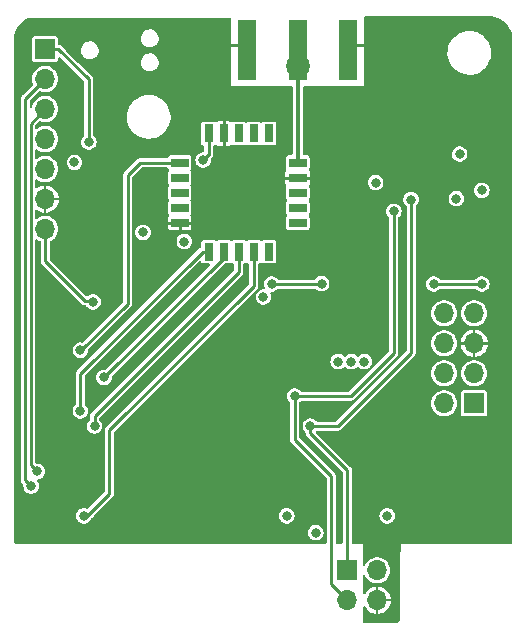
<source format=gbl>
G04 #@! TF.GenerationSoftware,KiCad,Pcbnew,7.0.7*
G04 #@! TF.CreationDate,2023-10-13T16:37:57+02:00*
G04 #@! TF.ProjectId,ithowifi_4l,6974686f-7769-4666-995f-346c2e6b6963,rev?*
G04 #@! TF.SameCoordinates,Original*
G04 #@! TF.FileFunction,Copper,L4,Bot*
G04 #@! TF.FilePolarity,Positive*
%FSLAX46Y46*%
G04 Gerber Fmt 4.6, Leading zero omitted, Abs format (unit mm)*
G04 Created by KiCad (PCBNEW 7.0.7) date 2023-10-13 16:37:57*
%MOMM*%
%LPD*%
G01*
G04 APERTURE LIST*
G04 #@! TA.AperFunction,ComponentPad*
%ADD10R,1.700000X1.700000*%
G04 #@! TD*
G04 #@! TA.AperFunction,ComponentPad*
%ADD11O,1.700000X1.700000*%
G04 #@! TD*
G04 #@! TA.AperFunction,ComponentPad*
%ADD12C,2.000000*%
G04 #@! TD*
G04 #@! TA.AperFunction,SMDPad,CuDef*
%ADD13R,1.500000X5.080000*%
G04 #@! TD*
G04 #@! TA.AperFunction,SMDPad,CuDef*
%ADD14R,0.800000X1.500000*%
G04 #@! TD*
G04 #@! TA.AperFunction,SMDPad,CuDef*
%ADD15R,1.500000X0.800000*%
G04 #@! TD*
G04 #@! TA.AperFunction,ViaPad*
%ADD16C,0.800000*%
G04 #@! TD*
G04 #@! TA.AperFunction,Conductor*
%ADD17C,0.254000*%
G04 #@! TD*
G04 #@! TA.AperFunction,Conductor*
%ADD18C,0.250000*%
G04 #@! TD*
G04 #@! TA.AperFunction,Conductor*
%ADD19C,0.355600*%
G04 #@! TD*
G04 APERTURE END LIST*
D10*
X85725000Y-107797600D03*
D11*
X85725000Y-110337600D03*
X85725000Y-112877600D03*
X85725000Y-115417600D03*
X85725000Y-117957600D03*
X85725000Y-120497600D03*
X85725000Y-123037600D03*
D10*
X111292000Y-151928000D03*
D11*
X113832000Y-151928000D03*
X111292000Y-154468000D03*
X113832000Y-154468000D03*
D12*
X107100780Y-109251460D03*
D10*
X122047000Y-137795000D03*
D11*
X119507000Y-137795000D03*
X122047000Y-135255000D03*
X119507000Y-135255000D03*
X122047000Y-132715000D03*
X119507000Y-132715000D03*
X122047000Y-130175000D03*
X119507000Y-130175000D03*
D13*
X107100000Y-107848400D03*
X102850000Y-107848400D03*
X111350000Y-107848400D03*
D14*
X99560000Y-114950000D03*
X100829990Y-114950000D03*
X102100000Y-114950000D03*
X103370000Y-114950000D03*
X104640000Y-114950000D03*
D15*
X107100000Y-117410000D03*
X107100000Y-118679990D03*
X107100000Y-119950000D03*
X107100000Y-121220000D03*
X107100000Y-122490000D03*
D14*
X104640000Y-124950000D03*
X103370000Y-124950000D03*
X102100000Y-124950000D03*
X100829990Y-124950000D03*
X99560000Y-124950000D03*
D15*
X97100000Y-122490000D03*
X97100000Y-121220000D03*
X97100000Y-119950000D03*
X97100000Y-118679990D03*
X97100000Y-117410000D03*
D16*
X100700000Y-107442000D03*
X100700000Y-105918000D03*
X100700000Y-110871000D03*
X100700000Y-112500000D03*
X100700000Y-109093000D03*
X113500000Y-110871000D03*
X102432000Y-138568000D03*
X111632000Y-124053600D03*
X112732000Y-124053600D03*
X110532000Y-124053600D03*
X86741000Y-128270000D03*
X113500000Y-105918000D03*
X113500000Y-107442000D03*
X113500000Y-109093000D03*
X105900000Y-114200000D03*
X109100000Y-117450000D03*
X102852000Y-132715000D03*
X113792000Y-143764000D03*
X105300000Y-117400000D03*
X104278000Y-112500000D03*
X113500000Y-112500000D03*
X96647000Y-139750800D03*
X108271000Y-112500000D03*
X106172000Y-148590000D03*
X89154000Y-148590000D03*
X96647000Y-142798800D03*
X98171000Y-142798800D03*
X111849000Y-112500000D03*
X114681000Y-144780000D03*
X113792000Y-145796000D03*
X110071000Y-112500000D03*
X102500000Y-112500000D03*
X108300000Y-114200000D03*
X95148400Y-142798800D03*
X96647000Y-141274800D03*
X108329000Y-115900000D03*
X105800000Y-112500000D03*
X106000000Y-115900000D03*
X95148400Y-141274800D03*
X95148400Y-139750800D03*
X98171000Y-139750800D03*
X98171000Y-141274800D03*
X122682000Y-127698500D03*
X118618000Y-127698500D03*
X106172000Y-147320000D03*
X99100000Y-117200000D03*
X111632000Y-134268000D03*
X112732000Y-134268000D03*
X110532000Y-134268000D03*
X122682000Y-119761000D03*
X108631500Y-148751000D03*
X113700000Y-119100000D03*
X97500000Y-124100000D03*
X94000000Y-123317000D03*
X104200000Y-128800000D03*
X88200000Y-117400000D03*
X114681000Y-147320000D03*
X120813090Y-116686900D03*
X120532000Y-120468000D03*
X89407998Y-115671600D03*
X89000000Y-147325000D03*
X89900000Y-139725000D03*
X88700000Y-138450000D03*
X90700000Y-135600000D03*
X88700000Y-133300000D03*
X104900000Y-127700000D03*
X109132000Y-127668006D03*
X85039200Y-143560804D03*
X84531209Y-144805391D03*
X106849400Y-137185400D03*
X115232000Y-121538998D03*
X108174600Y-139725400D03*
X116697000Y-120539000D03*
X89775000Y-129200000D03*
D17*
X102125000Y-126675000D02*
X89900000Y-138900000D01*
X89900000Y-138900000D02*
X89900000Y-139725000D01*
X99560000Y-124950000D02*
X99050000Y-124950000D01*
X99050000Y-124950000D02*
X88700000Y-135300000D01*
X88700000Y-135300000D02*
X88700000Y-138450000D01*
X107100000Y-118679990D02*
X108679990Y-118679990D01*
X100829990Y-114950000D02*
X100829990Y-113629990D01*
X113500000Y-107442000D02*
X111756400Y-107442000D01*
X97100000Y-122490000D02*
X97100000Y-123300000D01*
X111756400Y-107442000D02*
X111350000Y-107848400D01*
X107100000Y-118679990D02*
X105520010Y-118679990D01*
X100829990Y-114950000D02*
X100829990Y-116270010D01*
X100700000Y-107442000D02*
X102443600Y-107442000D01*
X102443600Y-107442000D02*
X102850000Y-107848400D01*
X100800000Y-114920010D02*
X100829990Y-114950000D01*
X98490000Y-122490000D02*
X95710000Y-122490000D01*
X97100000Y-122490000D02*
X98490000Y-122490000D01*
X122682000Y-127698500D02*
X118618000Y-127698500D01*
X99540000Y-116760000D02*
X99560000Y-116760000D01*
X99100000Y-117200000D02*
X99540000Y-116760000D01*
X99560000Y-114950000D02*
X99560000Y-116760000D01*
X86829000Y-107797600D02*
X89407998Y-110376598D01*
X89407998Y-110376598D02*
X89407998Y-115671600D01*
X85725000Y-107797600D02*
X86829000Y-107797600D01*
X91150000Y-145450000D02*
X89275000Y-147325000D01*
X103370000Y-124950000D02*
X103370000Y-127855000D01*
X103370000Y-127855000D02*
X91150000Y-140075000D01*
X91150000Y-140075000D02*
X91150000Y-145450000D01*
X89275000Y-147325000D02*
X89000000Y-147325000D01*
X102125000Y-125325000D02*
X102125000Y-126675000D01*
X102100000Y-124950000D02*
X102100000Y-125300000D01*
X102100000Y-125300000D02*
X102125000Y-125325000D01*
X100829990Y-125470010D02*
X90700000Y-135600000D01*
X100829990Y-124950000D02*
X100829990Y-125470010D01*
X92700000Y-129350000D02*
X88750000Y-133300000D01*
X93790000Y-117410000D02*
X92700000Y-118500000D01*
X97100000Y-117410000D02*
X93790000Y-117410000D01*
X88750000Y-133300000D02*
X88700000Y-133300000D01*
X92700000Y-118500000D02*
X92700000Y-129350000D01*
X109132000Y-127668006D02*
X109100006Y-127700000D01*
X109100006Y-127700000D02*
X104900000Y-127700000D01*
D18*
X84498611Y-114103989D02*
X84498611Y-143020215D01*
X85725000Y-112877600D02*
X84498611Y-114103989D01*
X85039200Y-143560804D02*
X84498611Y-143020215D01*
X85725000Y-110337600D02*
X84048600Y-112014000D01*
X84048600Y-144322782D02*
X84531209Y-144805391D01*
X84048600Y-112014000D02*
X84048600Y-144322782D01*
D19*
X107100000Y-117410000D02*
X107100000Y-107848400D01*
X107100780Y-117409220D02*
X107100000Y-117410000D01*
D17*
X109932000Y-153108000D02*
X109932000Y-143968000D01*
X106849400Y-137185400D02*
X111614600Y-137185400D01*
X111614600Y-137185400D02*
X115232000Y-133568000D01*
X109932000Y-143968000D02*
X106849400Y-140885400D01*
X106849400Y-140885400D02*
X106849400Y-137185400D01*
X115232000Y-133568000D02*
X115232000Y-121538998D01*
X111292000Y-154468000D02*
X109932000Y-153108000D01*
X111292000Y-143428000D02*
X108174600Y-140310600D01*
X108174600Y-140310600D02*
X108174600Y-139725400D01*
X116697000Y-133503000D02*
X110474600Y-139725400D01*
X116697000Y-120539000D02*
X116697000Y-133503000D01*
X110474600Y-139725400D02*
X108174600Y-139725400D01*
X111292000Y-151928000D02*
X111292000Y-143428000D01*
D18*
X89050000Y-129100000D02*
X89775000Y-129100000D01*
X85725000Y-123037600D02*
X85725000Y-125775000D01*
X85725000Y-125775000D02*
X89050000Y-129100000D01*
G04 #@! TA.AperFunction,Conductor*
G36*
X123493838Y-105029108D02*
G01*
X123561676Y-105033553D01*
X123583172Y-105034962D01*
X123589680Y-105035818D01*
X123833332Y-105084284D01*
X123839681Y-105085985D01*
X124074917Y-105165836D01*
X124080996Y-105168355D01*
X124303789Y-105278223D01*
X124309493Y-105281516D01*
X124516040Y-105419527D01*
X124521253Y-105423527D01*
X124708023Y-105587318D01*
X124712679Y-105591974D01*
X124876471Y-105778744D01*
X124880472Y-105783959D01*
X125018483Y-105990506D01*
X125021776Y-105996210D01*
X125131644Y-106219003D01*
X125134165Y-106225088D01*
X125214011Y-106460306D01*
X125215715Y-106466668D01*
X125264177Y-106710299D01*
X125265037Y-106716829D01*
X125281391Y-106966360D01*
X125281499Y-106969651D01*
X125281500Y-149451592D01*
X125281500Y-149464702D01*
X125281069Y-149471275D01*
X125267912Y-149571207D01*
X125261119Y-149596564D01*
X125257258Y-149605888D01*
X125216884Y-149653170D01*
X125164312Y-149668000D01*
X115832000Y-149668000D01*
X115832000Y-150214526D01*
X115822038Y-150258173D01*
X115809105Y-150285030D01*
X115781500Y-150405972D01*
X115781500Y-150457955D01*
X115781499Y-155964709D01*
X115781068Y-155971282D01*
X115767912Y-156071207D01*
X115761115Y-156096574D01*
X115726347Y-156180512D01*
X115713216Y-156203256D01*
X115657906Y-156275337D01*
X115639337Y-156293906D01*
X115567256Y-156349216D01*
X115544512Y-156362347D01*
X115460574Y-156397115D01*
X115435207Y-156403912D01*
X115350910Y-156415010D01*
X115335272Y-156417069D01*
X115328702Y-156417500D01*
X112732600Y-156417500D01*
X112673469Y-156398287D01*
X112636924Y-156347987D01*
X112632000Y-156316900D01*
X112632000Y-155076557D01*
X112651213Y-155017426D01*
X112701513Y-154980881D01*
X112763687Y-154980881D01*
X112813987Y-155017426D01*
X112822653Y-155031716D01*
X112845958Y-155078519D01*
X112845961Y-155078523D01*
X112974937Y-155249317D01*
X113133086Y-155393490D01*
X113133095Y-155393496D01*
X113315055Y-155506162D01*
X113315059Y-155506164D01*
X113514618Y-155583473D01*
X113724990Y-155622800D01*
X113730400Y-155622800D01*
X113730400Y-155068600D01*
X113749613Y-155009469D01*
X113799913Y-154972924D01*
X113831000Y-154968000D01*
X113833000Y-154968000D01*
X113892131Y-154987213D01*
X113928676Y-155037513D01*
X113933600Y-155068600D01*
X113933600Y-155622800D01*
X113939010Y-155622800D01*
X114149381Y-155583473D01*
X114348940Y-155506164D01*
X114348944Y-155506162D01*
X114530904Y-155393496D01*
X114530913Y-155393490D01*
X114689062Y-155249317D01*
X114818038Y-155078523D01*
X114818039Y-155078523D01*
X114913430Y-154886953D01*
X114972000Y-154681102D01*
X114982332Y-154569600D01*
X114432600Y-154569600D01*
X114373469Y-154550387D01*
X114336924Y-154500087D01*
X114332000Y-154469000D01*
X114332000Y-154467000D01*
X114351213Y-154407869D01*
X114401513Y-154371324D01*
X114432600Y-154366400D01*
X114982331Y-154366400D01*
X114972000Y-154254897D01*
X114913430Y-154049046D01*
X114818039Y-153857476D01*
X114689062Y-153686682D01*
X114530913Y-153542509D01*
X114530904Y-153542503D01*
X114348944Y-153429837D01*
X114348940Y-153429835D01*
X114149381Y-153352526D01*
X113939010Y-153313200D01*
X113933600Y-153313200D01*
X113933600Y-153867400D01*
X113914387Y-153926531D01*
X113864087Y-153963076D01*
X113833000Y-153968000D01*
X113831000Y-153968000D01*
X113771869Y-153948787D01*
X113735324Y-153898487D01*
X113730400Y-153867400D01*
X113730400Y-153313200D01*
X113724990Y-153313200D01*
X113514618Y-153352526D01*
X113315059Y-153429835D01*
X113315055Y-153429837D01*
X113133095Y-153542503D01*
X113133086Y-153542509D01*
X112974937Y-153686682D01*
X112845961Y-153857476D01*
X112845960Y-153857476D01*
X112822653Y-153904284D01*
X112779097Y-153948652D01*
X112717781Y-153958945D01*
X112662125Y-153931231D01*
X112633388Y-153876096D01*
X112632000Y-153859442D01*
X112632000Y-152423712D01*
X112651213Y-152364581D01*
X112701513Y-152328036D01*
X112763687Y-152328036D01*
X112813987Y-152364581D01*
X112822653Y-152378870D01*
X112888909Y-152511930D01*
X112888910Y-152511931D01*
X112888912Y-152511935D01*
X113012268Y-152675285D01*
X113163528Y-152813178D01*
X113163532Y-152813181D01*
X113163538Y-152813186D01*
X113337573Y-152920944D01*
X113528444Y-152994888D01*
X113577824Y-153004118D01*
X113729651Y-153032500D01*
X113729653Y-153032500D01*
X113934348Y-153032500D01*
X114013339Y-153017734D01*
X114135556Y-152994888D01*
X114326427Y-152920944D01*
X114500462Y-152813186D01*
X114651732Y-152675285D01*
X114775088Y-152511935D01*
X114866328Y-152328701D01*
X114922345Y-152131821D01*
X114941232Y-151928000D01*
X114922345Y-151724179D01*
X114866328Y-151527299D01*
X114775088Y-151344065D01*
X114651732Y-151180715D01*
X114651731Y-151180714D01*
X114500471Y-151042821D01*
X114500466Y-151042817D01*
X114500462Y-151042814D01*
X114326427Y-150935056D01*
X114326423Y-150935054D01*
X114135554Y-150861111D01*
X114135549Y-150861110D01*
X113934349Y-150823500D01*
X113934347Y-150823500D01*
X113729653Y-150823500D01*
X113729651Y-150823500D01*
X113528450Y-150861110D01*
X113528445Y-150861111D01*
X113337576Y-150935054D01*
X113337572Y-150935056D01*
X113267087Y-150978699D01*
X113163538Y-151042814D01*
X113163536Y-151042815D01*
X113163537Y-151042815D01*
X113163528Y-151042821D01*
X113012268Y-151180714D01*
X112888910Y-151344068D01*
X112888909Y-151344069D01*
X112822653Y-151477129D01*
X112779097Y-151521497D01*
X112717781Y-151531790D01*
X112662125Y-151504076D01*
X112633388Y-151448941D01*
X112632000Y-151432287D01*
X112632000Y-149668000D01*
X111774100Y-149668000D01*
X111714969Y-149648787D01*
X111678424Y-149598487D01*
X111673500Y-149567400D01*
X111673500Y-147320000D01*
X114021693Y-147320000D01*
X114040851Y-147477782D01*
X114097213Y-147626395D01*
X114187502Y-147757201D01*
X114187503Y-147757202D01*
X114187504Y-147757203D01*
X114187505Y-147757204D01*
X114306468Y-147862597D01*
X114306469Y-147862598D01*
X114306471Y-147862599D01*
X114447207Y-147936463D01*
X114601529Y-147974500D01*
X114601533Y-147974500D01*
X114760467Y-147974500D01*
X114760471Y-147974500D01*
X114914793Y-147936463D01*
X115055529Y-147862599D01*
X115174498Y-147757201D01*
X115264787Y-147626395D01*
X115321149Y-147477782D01*
X115340307Y-147320000D01*
X115321149Y-147162218D01*
X115264787Y-147013605D01*
X115174498Y-146882799D01*
X115174495Y-146882796D01*
X115174491Y-146882792D01*
X115055531Y-146777402D01*
X115055530Y-146777401D01*
X114914795Y-146703538D01*
X114914794Y-146703537D01*
X114914793Y-146703537D01*
X114836546Y-146684251D01*
X114760473Y-146665500D01*
X114760471Y-146665500D01*
X114601529Y-146665500D01*
X114601526Y-146665500D01*
X114487415Y-146693626D01*
X114447207Y-146703537D01*
X114447206Y-146703537D01*
X114447204Y-146703538D01*
X114306469Y-146777401D01*
X114306468Y-146777402D01*
X114187509Y-146882792D01*
X114187504Y-146882796D01*
X114097212Y-147013606D01*
X114095316Y-147018606D01*
X114040851Y-147162218D01*
X114021693Y-147320000D01*
X111673500Y-147320000D01*
X111673500Y-143478001D01*
X111675641Y-143457354D01*
X111678445Y-143443981D01*
X111673887Y-143407417D01*
X111673500Y-143401188D01*
X111673500Y-143396391D01*
X111673499Y-143396379D01*
X111669596Y-143372997D01*
X111662696Y-143317643D01*
X111662696Y-143317639D01*
X111662692Y-143317632D01*
X111660413Y-143309975D01*
X111657816Y-143302408D01*
X111631839Y-143254410D01*
X111631272Y-143253362D01*
X111606776Y-143203254D01*
X111602121Y-143196734D01*
X111597219Y-143190436D01*
X111575915Y-143170825D01*
X111556180Y-143152658D01*
X108685735Y-140282213D01*
X108657511Y-140226818D01*
X108667237Y-140165410D01*
X108674089Y-140153921D01*
X108675280Y-140152195D01*
X108676566Y-140150334D01*
X108725977Y-140112595D01*
X108759345Y-140106900D01*
X110424599Y-140106900D01*
X110445243Y-140109040D01*
X110458617Y-140111845D01*
X110495182Y-140107286D01*
X110501411Y-140106900D01*
X110506209Y-140106900D01*
X110506211Y-140106900D01*
X110506213Y-140106899D01*
X110506220Y-140106899D01*
X110523768Y-140103969D01*
X110529604Y-140102996D01*
X110584960Y-140096096D01*
X110584966Y-140096092D01*
X110592612Y-140093817D01*
X110600180Y-140091218D01*
X110600186Y-140091218D01*
X110649241Y-140064670D01*
X110699346Y-140040176D01*
X110699349Y-140040172D01*
X110705860Y-140035523D01*
X110712155Y-140030623D01*
X110712162Y-140030620D01*
X110749941Y-139989580D01*
X112944522Y-137794999D01*
X118397768Y-137794999D01*
X118416654Y-137998816D01*
X118416654Y-137998817D01*
X118472672Y-138195703D01*
X118472673Y-138195704D01*
X118563909Y-138378930D01*
X118563910Y-138378931D01*
X118563912Y-138378935D01*
X118617578Y-138450000D01*
X118687268Y-138542285D01*
X118838528Y-138680178D01*
X118838532Y-138680181D01*
X118838538Y-138680186D01*
X119012573Y-138787944D01*
X119203444Y-138861888D01*
X119252824Y-138871118D01*
X119404651Y-138899500D01*
X119404653Y-138899500D01*
X119609348Y-138899500D01*
X119688350Y-138884732D01*
X119810556Y-138861888D01*
X120001427Y-138787944D01*
X120175462Y-138680186D01*
X120186564Y-138670065D01*
X120942500Y-138670065D01*
X120957266Y-138744301D01*
X120957267Y-138744304D01*
X121013514Y-138828482D01*
X121013515Y-138828483D01*
X121013516Y-138828484D01*
X121097699Y-138884734D01*
X121171933Y-138899500D01*
X122922066Y-138899499D01*
X122996301Y-138884734D01*
X123080484Y-138828484D01*
X123136734Y-138744301D01*
X123151500Y-138670067D01*
X123151499Y-136919934D01*
X123136734Y-136845699D01*
X123136732Y-136845697D01*
X123136732Y-136845695D01*
X123080485Y-136761517D01*
X123080483Y-136761515D01*
X123030492Y-136728112D01*
X122996301Y-136705266D01*
X122996300Y-136705265D01*
X122996299Y-136705265D01*
X122940498Y-136694166D01*
X122922067Y-136690500D01*
X122922066Y-136690500D01*
X121171934Y-136690500D01*
X121097698Y-136705266D01*
X121097695Y-136705267D01*
X121013517Y-136761514D01*
X121013515Y-136761516D01*
X120957265Y-136845700D01*
X120942500Y-136919933D01*
X120942500Y-138670065D01*
X120186564Y-138670065D01*
X120326732Y-138542285D01*
X120450088Y-138378935D01*
X120541328Y-138195701D01*
X120597345Y-137998821D01*
X120616232Y-137795000D01*
X120597345Y-137591179D01*
X120541328Y-137394299D01*
X120450088Y-137211065D01*
X120326732Y-137047715D01*
X120304687Y-137027618D01*
X120175471Y-136909821D01*
X120175466Y-136909817D01*
X120175462Y-136909814D01*
X120001427Y-136802056D01*
X120001423Y-136802054D01*
X119810554Y-136728111D01*
X119810549Y-136728110D01*
X119609349Y-136690500D01*
X119609347Y-136690500D01*
X119404653Y-136690500D01*
X119404651Y-136690500D01*
X119203450Y-136728110D01*
X119203445Y-136728111D01*
X119012576Y-136802054D01*
X119012572Y-136802056D01*
X118904814Y-136868777D01*
X118838538Y-136909814D01*
X118838536Y-136909815D01*
X118838537Y-136909815D01*
X118838528Y-136909821D01*
X118687268Y-137047714D01*
X118563910Y-137211068D01*
X118563909Y-137211069D01*
X118472673Y-137394295D01*
X118472672Y-137394296D01*
X118416654Y-137591182D01*
X118416654Y-137591183D01*
X118397768Y-137794999D01*
X112944522Y-137794999D01*
X115484520Y-135255000D01*
X118397768Y-135255000D01*
X118416654Y-135458816D01*
X118416654Y-135458817D01*
X118472672Y-135655703D01*
X118472673Y-135655704D01*
X118563909Y-135838930D01*
X118563910Y-135838931D01*
X118563912Y-135838935D01*
X118687267Y-136002285D01*
X118687268Y-136002285D01*
X118838528Y-136140178D01*
X118838532Y-136140181D01*
X118838538Y-136140186D01*
X119012573Y-136247944D01*
X119203444Y-136321888D01*
X119252824Y-136331118D01*
X119404651Y-136359500D01*
X119404653Y-136359500D01*
X119609348Y-136359500D01*
X119685261Y-136345309D01*
X119810556Y-136321888D01*
X120001427Y-136247944D01*
X120175462Y-136140186D01*
X120326732Y-136002285D01*
X120450088Y-135838935D01*
X120541328Y-135655701D01*
X120597345Y-135458821D01*
X120616232Y-135255000D01*
X120616232Y-135254999D01*
X120937768Y-135254999D01*
X120956654Y-135458816D01*
X120956654Y-135458817D01*
X121012672Y-135655703D01*
X121012673Y-135655704D01*
X121103909Y-135838930D01*
X121103910Y-135838931D01*
X121103912Y-135838935D01*
X121227267Y-136002285D01*
X121227268Y-136002285D01*
X121378528Y-136140178D01*
X121378532Y-136140181D01*
X121378538Y-136140186D01*
X121552573Y-136247944D01*
X121743444Y-136321888D01*
X121792824Y-136331118D01*
X121944651Y-136359500D01*
X121944653Y-136359500D01*
X122149348Y-136359500D01*
X122225261Y-136345309D01*
X122350556Y-136321888D01*
X122541427Y-136247944D01*
X122715462Y-136140186D01*
X122866732Y-136002285D01*
X122990088Y-135838935D01*
X123081328Y-135655701D01*
X123137345Y-135458821D01*
X123156232Y-135255000D01*
X123137345Y-135051179D01*
X123081328Y-134854299D01*
X122990088Y-134671065D01*
X122866732Y-134507715D01*
X122866731Y-134507714D01*
X122715471Y-134369821D01*
X122715466Y-134369817D01*
X122715462Y-134369814D01*
X122541427Y-134262056D01*
X122541423Y-134262054D01*
X122350554Y-134188111D01*
X122350549Y-134188110D01*
X122149349Y-134150500D01*
X122149347Y-134150500D01*
X121944653Y-134150500D01*
X121944651Y-134150500D01*
X121743450Y-134188110D01*
X121743445Y-134188111D01*
X121552576Y-134262054D01*
X121552572Y-134262056D01*
X121444813Y-134328777D01*
X121378538Y-134369814D01*
X121378536Y-134369815D01*
X121378537Y-134369815D01*
X121378528Y-134369821D01*
X121227268Y-134507714D01*
X121103910Y-134671068D01*
X121103909Y-134671069D01*
X121012673Y-134854295D01*
X121012672Y-134854296D01*
X120956654Y-135051182D01*
X120956654Y-135051183D01*
X120937768Y-135254999D01*
X120616232Y-135254999D01*
X120597345Y-135051179D01*
X120541328Y-134854299D01*
X120450088Y-134671065D01*
X120326732Y-134507715D01*
X120326731Y-134507714D01*
X120175471Y-134369821D01*
X120175466Y-134369817D01*
X120175462Y-134369814D01*
X120001427Y-134262056D01*
X120001423Y-134262054D01*
X119810554Y-134188111D01*
X119810549Y-134188110D01*
X119609349Y-134150500D01*
X119609347Y-134150500D01*
X119404653Y-134150500D01*
X119404651Y-134150500D01*
X119203450Y-134188110D01*
X119203445Y-134188111D01*
X119012576Y-134262054D01*
X119012572Y-134262056D01*
X118904814Y-134328777D01*
X118838538Y-134369814D01*
X118838536Y-134369815D01*
X118838537Y-134369815D01*
X118838528Y-134369821D01*
X118687268Y-134507714D01*
X118563910Y-134671068D01*
X118563909Y-134671069D01*
X118472673Y-134854295D01*
X118472672Y-134854296D01*
X118416654Y-135051182D01*
X118416654Y-135051183D01*
X118397768Y-135255000D01*
X115484520Y-135255000D01*
X116931407Y-133808113D01*
X116947513Y-133795034D01*
X116958956Y-133787560D01*
X116981592Y-133758475D01*
X116985727Y-133753794D01*
X116989113Y-133750409D01*
X116989121Y-133750398D01*
X117002892Y-133731110D01*
X117024904Y-133702827D01*
X117037158Y-133687085D01*
X117037159Y-133687083D01*
X117040953Y-133680073D01*
X117044470Y-133672876D01*
X117044475Y-133672870D01*
X117060390Y-133619410D01*
X117078500Y-133566661D01*
X117078500Y-133566660D01*
X117079816Y-133558775D01*
X117080805Y-133550839D01*
X117078500Y-133495116D01*
X117078500Y-132714999D01*
X118397768Y-132714999D01*
X118416654Y-132918816D01*
X118416654Y-132918817D01*
X118472672Y-133115703D01*
X118472673Y-133115704D01*
X118563909Y-133298930D01*
X118563910Y-133298931D01*
X118563912Y-133298935D01*
X118687267Y-133462285D01*
X118687268Y-133462285D01*
X118838528Y-133600178D01*
X118838532Y-133600181D01*
X118838538Y-133600186D01*
X119012573Y-133707944D01*
X119203444Y-133781888D01*
X119233782Y-133787559D01*
X119404651Y-133819500D01*
X119404653Y-133819500D01*
X119609348Y-133819500D01*
X119709705Y-133800740D01*
X119810556Y-133781888D01*
X120001427Y-133707944D01*
X120175462Y-133600186D01*
X120326732Y-133462285D01*
X120450088Y-133298935D01*
X120541328Y-133115701D01*
X120597345Y-132918821D01*
X120606817Y-132816600D01*
X120896668Y-132816600D01*
X120906999Y-132928102D01*
X120965569Y-133133953D01*
X121060960Y-133325523D01*
X121189937Y-133496317D01*
X121348086Y-133640490D01*
X121348095Y-133640496D01*
X121530055Y-133753162D01*
X121530059Y-133753164D01*
X121729618Y-133830473D01*
X121939990Y-133869800D01*
X121945400Y-133869800D01*
X121945400Y-133315600D01*
X121964613Y-133256469D01*
X122014913Y-133219924D01*
X122046000Y-133215000D01*
X122048000Y-133215000D01*
X122107131Y-133234213D01*
X122143676Y-133284513D01*
X122148600Y-133315600D01*
X122148600Y-133869800D01*
X122154010Y-133869800D01*
X122364381Y-133830473D01*
X122563940Y-133753164D01*
X122563944Y-133753162D01*
X122745904Y-133640496D01*
X122745913Y-133640490D01*
X122904062Y-133496317D01*
X123033038Y-133325523D01*
X123033039Y-133325523D01*
X123128430Y-133133953D01*
X123187000Y-132928102D01*
X123197332Y-132816600D01*
X122647600Y-132816600D01*
X122588469Y-132797387D01*
X122551924Y-132747087D01*
X122547000Y-132716000D01*
X122547000Y-132714000D01*
X122566213Y-132654869D01*
X122616513Y-132618324D01*
X122647600Y-132613400D01*
X123197331Y-132613400D01*
X123187000Y-132501897D01*
X123128430Y-132296046D01*
X123033039Y-132104476D01*
X122904062Y-131933682D01*
X122745913Y-131789509D01*
X122745904Y-131789503D01*
X122563944Y-131676837D01*
X122563940Y-131676835D01*
X122364381Y-131599526D01*
X122154010Y-131560200D01*
X122148600Y-131560200D01*
X122148600Y-132114400D01*
X122129387Y-132173531D01*
X122079087Y-132210076D01*
X122048000Y-132215000D01*
X122046000Y-132215000D01*
X121986869Y-132195787D01*
X121950324Y-132145487D01*
X121945400Y-132114400D01*
X121945400Y-131560200D01*
X121939990Y-131560200D01*
X121729618Y-131599526D01*
X121530059Y-131676835D01*
X121530055Y-131676837D01*
X121348095Y-131789503D01*
X121348086Y-131789509D01*
X121189937Y-131933682D01*
X121060961Y-132104476D01*
X121060960Y-132104476D01*
X120965569Y-132296046D01*
X120906999Y-132501897D01*
X120896668Y-132613400D01*
X121446400Y-132613400D01*
X121505531Y-132632613D01*
X121542076Y-132682913D01*
X121547000Y-132714000D01*
X121547000Y-132716000D01*
X121527787Y-132775131D01*
X121477487Y-132811676D01*
X121446400Y-132816600D01*
X120896668Y-132816600D01*
X120606817Y-132816600D01*
X120616232Y-132715000D01*
X120597345Y-132511179D01*
X120541328Y-132314299D01*
X120450088Y-132131065D01*
X120326732Y-131967715D01*
X120289400Y-131933682D01*
X120175471Y-131829821D01*
X120175466Y-131829817D01*
X120175462Y-131829814D01*
X120001427Y-131722056D01*
X120001423Y-131722054D01*
X119810554Y-131648111D01*
X119810549Y-131648110D01*
X119609349Y-131610500D01*
X119609347Y-131610500D01*
X119404653Y-131610500D01*
X119404651Y-131610500D01*
X119203450Y-131648110D01*
X119203445Y-131648111D01*
X119012576Y-131722054D01*
X119012572Y-131722056D01*
X118904813Y-131788777D01*
X118838538Y-131829814D01*
X118838536Y-131829815D01*
X118838537Y-131829815D01*
X118838528Y-131829821D01*
X118687268Y-131967714D01*
X118563910Y-132131068D01*
X118563909Y-132131069D01*
X118472673Y-132314295D01*
X118472672Y-132314296D01*
X118416654Y-132511182D01*
X118416654Y-132511183D01*
X118397768Y-132714999D01*
X117078500Y-132714999D01*
X117078500Y-130174999D01*
X118397768Y-130174999D01*
X118416654Y-130378816D01*
X118416654Y-130378817D01*
X118472672Y-130575703D01*
X118472673Y-130575704D01*
X118563909Y-130758930D01*
X118563910Y-130758931D01*
X118563912Y-130758935D01*
X118687267Y-130922285D01*
X118687268Y-130922285D01*
X118838528Y-131060178D01*
X118838532Y-131060181D01*
X118838538Y-131060186D01*
X119012573Y-131167944D01*
X119203444Y-131241888D01*
X119252824Y-131251118D01*
X119404651Y-131279500D01*
X119404653Y-131279500D01*
X119609348Y-131279500D01*
X119685261Y-131265309D01*
X119810556Y-131241888D01*
X120001427Y-131167944D01*
X120175462Y-131060186D01*
X120326732Y-130922285D01*
X120450088Y-130758935D01*
X120541328Y-130575701D01*
X120597345Y-130378821D01*
X120616232Y-130175000D01*
X120937768Y-130175000D01*
X120956654Y-130378816D01*
X120956654Y-130378817D01*
X121012672Y-130575703D01*
X121012673Y-130575704D01*
X121103909Y-130758930D01*
X121103910Y-130758931D01*
X121103912Y-130758935D01*
X121227267Y-130922285D01*
X121227268Y-130922285D01*
X121378528Y-131060178D01*
X121378532Y-131060181D01*
X121378538Y-131060186D01*
X121552573Y-131167944D01*
X121743444Y-131241888D01*
X121792824Y-131251118D01*
X121944651Y-131279500D01*
X121944653Y-131279500D01*
X122149348Y-131279500D01*
X122225261Y-131265309D01*
X122350556Y-131241888D01*
X122541427Y-131167944D01*
X122715462Y-131060186D01*
X122866732Y-130922285D01*
X122990088Y-130758935D01*
X123081328Y-130575701D01*
X123137345Y-130378821D01*
X123156232Y-130175000D01*
X123137345Y-129971179D01*
X123081328Y-129774299D01*
X122990088Y-129591065D01*
X122866732Y-129427715D01*
X122842666Y-129405776D01*
X122715471Y-129289821D01*
X122715466Y-129289817D01*
X122715462Y-129289814D01*
X122541427Y-129182056D01*
X122541423Y-129182054D01*
X122350554Y-129108111D01*
X122350549Y-129108110D01*
X122149349Y-129070500D01*
X122149347Y-129070500D01*
X121944653Y-129070500D01*
X121944651Y-129070500D01*
X121743450Y-129108110D01*
X121743445Y-129108111D01*
X121552576Y-129182054D01*
X121552572Y-129182056D01*
X121463506Y-129237204D01*
X121378538Y-129289814D01*
X121378536Y-129289815D01*
X121378537Y-129289815D01*
X121378528Y-129289821D01*
X121227268Y-129427714D01*
X121103910Y-129591068D01*
X121103909Y-129591069D01*
X121012673Y-129774295D01*
X121012672Y-129774296D01*
X120956654Y-129971182D01*
X120956654Y-129971183D01*
X120937768Y-130175000D01*
X120616232Y-130175000D01*
X120597345Y-129971179D01*
X120541328Y-129774299D01*
X120450088Y-129591065D01*
X120326732Y-129427715D01*
X120302666Y-129405776D01*
X120175471Y-129289821D01*
X120175466Y-129289817D01*
X120175462Y-129289814D01*
X120001427Y-129182056D01*
X120001423Y-129182054D01*
X119810554Y-129108111D01*
X119810549Y-129108110D01*
X119609349Y-129070500D01*
X119609347Y-129070500D01*
X119404653Y-129070500D01*
X119404651Y-129070500D01*
X119203450Y-129108110D01*
X119203445Y-129108111D01*
X119012576Y-129182054D01*
X119012572Y-129182056D01*
X118923506Y-129237204D01*
X118838538Y-129289814D01*
X118838536Y-129289815D01*
X118838537Y-129289815D01*
X118838528Y-129289821D01*
X118687268Y-129427714D01*
X118563910Y-129591068D01*
X118563909Y-129591069D01*
X118472673Y-129774295D01*
X118472672Y-129774296D01*
X118416654Y-129971182D01*
X118416654Y-129971183D01*
X118397768Y-130174999D01*
X117078500Y-130174999D01*
X117078500Y-127698500D01*
X117958693Y-127698500D01*
X117977851Y-127856282D01*
X118034213Y-128004895D01*
X118124502Y-128135701D01*
X118124503Y-128135702D01*
X118124504Y-128135703D01*
X118124505Y-128135704D01*
X118243468Y-128241097D01*
X118243469Y-128241098D01*
X118243471Y-128241099D01*
X118384207Y-128314963D01*
X118538529Y-128353000D01*
X118538533Y-128353000D01*
X118697467Y-128353000D01*
X118697471Y-128353000D01*
X118851793Y-128314963D01*
X118992529Y-128241099D01*
X119111498Y-128135701D01*
X119111503Y-128135694D01*
X119119954Y-128123452D01*
X119169356Y-128085702D01*
X119202745Y-128080000D01*
X122097255Y-128080000D01*
X122156386Y-128099213D01*
X122180046Y-128123452D01*
X122188496Y-128135694D01*
X122188505Y-128135704D01*
X122307468Y-128241097D01*
X122307469Y-128241098D01*
X122307471Y-128241099D01*
X122448207Y-128314963D01*
X122602529Y-128353000D01*
X122602533Y-128353000D01*
X122761467Y-128353000D01*
X122761471Y-128353000D01*
X122915793Y-128314963D01*
X123056529Y-128241099D01*
X123175498Y-128135701D01*
X123265787Y-128004895D01*
X123322149Y-127856282D01*
X123341307Y-127698500D01*
X123322149Y-127540718D01*
X123265787Y-127392105D01*
X123175498Y-127261299D01*
X123175495Y-127261296D01*
X123175494Y-127261295D01*
X123056531Y-127155902D01*
X123056530Y-127155901D01*
X122915795Y-127082038D01*
X122915794Y-127082037D01*
X122915793Y-127082037D01*
X122837547Y-127062751D01*
X122761473Y-127044000D01*
X122761471Y-127044000D01*
X122602529Y-127044000D01*
X122602526Y-127044000D01*
X122488415Y-127072126D01*
X122448207Y-127082037D01*
X122448206Y-127082037D01*
X122448204Y-127082038D01*
X122307469Y-127155901D01*
X122307468Y-127155902D01*
X122188505Y-127261295D01*
X122188496Y-127261305D01*
X122180046Y-127273548D01*
X122130644Y-127311298D01*
X122097255Y-127317000D01*
X119202745Y-127317000D01*
X119143614Y-127297787D01*
X119119954Y-127273548D01*
X119111503Y-127261305D01*
X119111494Y-127261295D01*
X118992531Y-127155902D01*
X118992530Y-127155901D01*
X118851795Y-127082038D01*
X118851794Y-127082037D01*
X118851793Y-127082037D01*
X118773546Y-127062751D01*
X118697473Y-127044000D01*
X118697471Y-127044000D01*
X118538529Y-127044000D01*
X118538526Y-127044000D01*
X118424415Y-127072126D01*
X118384207Y-127082037D01*
X118384206Y-127082037D01*
X118384204Y-127082038D01*
X118243469Y-127155901D01*
X118243468Y-127155902D01*
X118124505Y-127261295D01*
X118124504Y-127261296D01*
X118034212Y-127392106D01*
X117989416Y-127510224D01*
X117977851Y-127540718D01*
X117958693Y-127698500D01*
X117078500Y-127698500D01*
X117078500Y-121120699D01*
X117097713Y-121061568D01*
X117112390Y-121045399D01*
X117151673Y-121010597D01*
X117190498Y-120976201D01*
X117280787Y-120845395D01*
X117337149Y-120696782D01*
X117356307Y-120539000D01*
X117347686Y-120468000D01*
X119872693Y-120468000D01*
X119891851Y-120625782D01*
X119948213Y-120774395D01*
X120038502Y-120905201D01*
X120038503Y-120905202D01*
X120038504Y-120905203D01*
X120038505Y-120905204D01*
X120157468Y-121010597D01*
X120157469Y-121010598D01*
X120157471Y-121010599D01*
X120298207Y-121084463D01*
X120452529Y-121122500D01*
X120452533Y-121122500D01*
X120611467Y-121122500D01*
X120611471Y-121122500D01*
X120765793Y-121084463D01*
X120906529Y-121010599D01*
X121025498Y-120905201D01*
X121115787Y-120774395D01*
X121172149Y-120625782D01*
X121191307Y-120468000D01*
X121172149Y-120310218D01*
X121115787Y-120161605D01*
X121025498Y-120030799D01*
X121025495Y-120030796D01*
X121025494Y-120030795D01*
X120906531Y-119925402D01*
X120906530Y-119925401D01*
X120765795Y-119851538D01*
X120765794Y-119851537D01*
X120765793Y-119851537D01*
X120687547Y-119832251D01*
X120611473Y-119813500D01*
X120611471Y-119813500D01*
X120452529Y-119813500D01*
X120452526Y-119813500D01*
X120338414Y-119841626D01*
X120298207Y-119851537D01*
X120298206Y-119851537D01*
X120298204Y-119851538D01*
X120157469Y-119925401D01*
X120157468Y-119925402D01*
X120038505Y-120030795D01*
X120038504Y-120030796D01*
X119948212Y-120161606D01*
X119901606Y-120284497D01*
X119891851Y-120310218D01*
X119872693Y-120468000D01*
X117347686Y-120468000D01*
X117337149Y-120381218D01*
X117280787Y-120232605D01*
X117190498Y-120101799D01*
X117190495Y-120101796D01*
X117190494Y-120101795D01*
X117071531Y-119996402D01*
X117071530Y-119996401D01*
X116930795Y-119922538D01*
X116930794Y-119922537D01*
X116930793Y-119922537D01*
X116852547Y-119903251D01*
X116776473Y-119884500D01*
X116776471Y-119884500D01*
X116617529Y-119884500D01*
X116617526Y-119884500D01*
X116503414Y-119912626D01*
X116463207Y-119922537D01*
X116463206Y-119922537D01*
X116463204Y-119922538D01*
X116322469Y-119996401D01*
X116322468Y-119996402D01*
X116203505Y-120101795D01*
X116203504Y-120101796D01*
X116113212Y-120232606D01*
X116086288Y-120303599D01*
X116056851Y-120381218D01*
X116037693Y-120539000D01*
X116056851Y-120696782D01*
X116113213Y-120845395D01*
X116203502Y-120976201D01*
X116274465Y-121039069D01*
X116281610Y-121045399D01*
X116313129Y-121098992D01*
X116315499Y-121120699D01*
X116315499Y-133303307D01*
X116296286Y-133362438D01*
X116286034Y-133374442D01*
X110346042Y-139314435D01*
X110290644Y-139342661D01*
X110274907Y-139343900D01*
X108759345Y-139343900D01*
X108700214Y-139324687D01*
X108676554Y-139300448D01*
X108668103Y-139288205D01*
X108668094Y-139288195D01*
X108549131Y-139182802D01*
X108549130Y-139182801D01*
X108408395Y-139108938D01*
X108408394Y-139108937D01*
X108408393Y-139108937D01*
X108330146Y-139089651D01*
X108254073Y-139070900D01*
X108254071Y-139070900D01*
X108095129Y-139070900D01*
X108095126Y-139070900D01*
X107981014Y-139099026D01*
X107940807Y-139108937D01*
X107940806Y-139108937D01*
X107940804Y-139108938D01*
X107800069Y-139182801D01*
X107800068Y-139182802D01*
X107681105Y-139288195D01*
X107681104Y-139288196D01*
X107590812Y-139419006D01*
X107534603Y-139567218D01*
X107534451Y-139567618D01*
X107515293Y-139725400D01*
X107534451Y-139883182D01*
X107542774Y-139905128D01*
X107590660Y-140031393D01*
X107590813Y-140031795D01*
X107681102Y-140162601D01*
X107681103Y-140162602D01*
X107681104Y-140162603D01*
X107681105Y-140162604D01*
X107754524Y-140227648D01*
X107786044Y-140281240D01*
X107787641Y-140290501D01*
X107792713Y-140331180D01*
X107793100Y-140337409D01*
X107793100Y-140342212D01*
X107797003Y-140365604D01*
X107803903Y-140420957D01*
X107806186Y-140428626D01*
X107808781Y-140436186D01*
X107835329Y-140485241D01*
X107859824Y-140535346D01*
X107864477Y-140541863D01*
X107869379Y-140548161D01*
X107869380Y-140548162D01*
X107910419Y-140585941D01*
X110881036Y-143556558D01*
X110909261Y-143611954D01*
X110910500Y-143627691D01*
X110910500Y-149567400D01*
X110891287Y-149626531D01*
X110840987Y-149663076D01*
X110809900Y-149668000D01*
X110414100Y-149668000D01*
X110354969Y-149648787D01*
X110318424Y-149598487D01*
X110313500Y-149567400D01*
X110313500Y-144018002D01*
X110315641Y-143997355D01*
X110318445Y-143983982D01*
X110313887Y-143947418D01*
X110313500Y-143941189D01*
X110313500Y-143936394D01*
X110313500Y-143936389D01*
X110309595Y-143912993D01*
X110302696Y-143857640D01*
X110302694Y-143857635D01*
X110300423Y-143850007D01*
X110297819Y-143842423D01*
X110297818Y-143842414D01*
X110271276Y-143793368D01*
X110246777Y-143743254D01*
X110246774Y-143743251D01*
X110242118Y-143736730D01*
X110237223Y-143730441D01*
X110196192Y-143692669D01*
X107260365Y-140756842D01*
X107232139Y-140701444D01*
X107230900Y-140685707D01*
X107230900Y-139287794D01*
X107230900Y-137767095D01*
X107250112Y-137707968D01*
X107264780Y-137691807D01*
X107342898Y-137622601D01*
X107342903Y-137622594D01*
X107351354Y-137610352D01*
X107400756Y-137572602D01*
X107434145Y-137566900D01*
X111564599Y-137566900D01*
X111585243Y-137569040D01*
X111598617Y-137571845D01*
X111635182Y-137567286D01*
X111641411Y-137566900D01*
X111646209Y-137566900D01*
X111646211Y-137566900D01*
X111646213Y-137566899D01*
X111646220Y-137566899D01*
X111663768Y-137563969D01*
X111669604Y-137562996D01*
X111724960Y-137556096D01*
X111724966Y-137556092D01*
X111732612Y-137553817D01*
X111740180Y-137551218D01*
X111740186Y-137551218D01*
X111789241Y-137524670D01*
X111839346Y-137500176D01*
X111839349Y-137500172D01*
X111845860Y-137495523D01*
X111852155Y-137490623D01*
X111852162Y-137490620D01*
X111889941Y-137449580D01*
X115466407Y-133873113D01*
X115482513Y-133860034D01*
X115493956Y-133852560D01*
X115516592Y-133823475D01*
X115520727Y-133818794D01*
X115524113Y-133815409D01*
X115524121Y-133815398D01*
X115537892Y-133796110D01*
X115559904Y-133767827D01*
X115572158Y-133752085D01*
X115572159Y-133752083D01*
X115575953Y-133745073D01*
X115579470Y-133737876D01*
X115579475Y-133737870D01*
X115595390Y-133684410D01*
X115613500Y-133631661D01*
X115613500Y-133631660D01*
X115614816Y-133623775D01*
X115615805Y-133615839D01*
X115613500Y-133560116D01*
X115613500Y-127847115D01*
X115613499Y-122120696D01*
X115632712Y-122061566D01*
X115647383Y-122045402D01*
X115725498Y-121976199D01*
X115815787Y-121845393D01*
X115872149Y-121696780D01*
X115891307Y-121538998D01*
X115872149Y-121381216D01*
X115815787Y-121232603D01*
X115725498Y-121101797D01*
X115725495Y-121101794D01*
X115725494Y-121101793D01*
X115606531Y-120996400D01*
X115606530Y-120996399D01*
X115465795Y-120922536D01*
X115465794Y-120922535D01*
X115465793Y-120922535D01*
X115387547Y-120903249D01*
X115311473Y-120884498D01*
X115311471Y-120884498D01*
X115152529Y-120884498D01*
X115152526Y-120884498D01*
X115038415Y-120912624D01*
X114998207Y-120922535D01*
X114998206Y-120922535D01*
X114998204Y-120922536D01*
X114857469Y-120996399D01*
X114857468Y-120996400D01*
X114738505Y-121101793D01*
X114738504Y-121101794D01*
X114648212Y-121232604D01*
X114630648Y-121278917D01*
X114591851Y-121381216D01*
X114572693Y-121538998D01*
X114591851Y-121696780D01*
X114648213Y-121845393D01*
X114738502Y-121976199D01*
X114738503Y-121976200D01*
X114738504Y-121976201D01*
X114738505Y-121976202D01*
X114816610Y-122045397D01*
X114848130Y-122098989D01*
X114850500Y-122120697D01*
X114850500Y-133368307D01*
X114831287Y-133427438D01*
X114821035Y-133439442D01*
X111486042Y-136774435D01*
X111430644Y-136802661D01*
X111414907Y-136803900D01*
X107434145Y-136803900D01*
X107375014Y-136784687D01*
X107351354Y-136760448D01*
X107342903Y-136748205D01*
X107342894Y-136748195D01*
X107223931Y-136642802D01*
X107223930Y-136642801D01*
X107083195Y-136568938D01*
X107083194Y-136568937D01*
X107083193Y-136568937D01*
X107004947Y-136549651D01*
X106928873Y-136530900D01*
X106928871Y-136530900D01*
X106769929Y-136530900D01*
X106769926Y-136530900D01*
X106655814Y-136559026D01*
X106615607Y-136568937D01*
X106615606Y-136568937D01*
X106615604Y-136568938D01*
X106474869Y-136642801D01*
X106474868Y-136642802D01*
X106355905Y-136748195D01*
X106355904Y-136748196D01*
X106265612Y-136879006D01*
X106209251Y-137027617D01*
X106209251Y-137027618D01*
X106190093Y-137185400D01*
X106209251Y-137343182D01*
X106265613Y-137491795D01*
X106355902Y-137622601D01*
X106355903Y-137622602D01*
X106355904Y-137622603D01*
X106355905Y-137622604D01*
X106434010Y-137691799D01*
X106465530Y-137745391D01*
X106467900Y-137767099D01*
X106467900Y-140835399D01*
X106465759Y-140856045D01*
X106462954Y-140869418D01*
X106467513Y-140905981D01*
X106467900Y-140912210D01*
X106467900Y-140917012D01*
X106471803Y-140940404D01*
X106478703Y-140995757D01*
X106480986Y-141003426D01*
X106483581Y-141010986D01*
X106510129Y-141060041D01*
X106534624Y-141110146D01*
X106539277Y-141116663D01*
X106544179Y-141122961D01*
X106544180Y-141122962D01*
X106585219Y-141160741D01*
X109521036Y-144096558D01*
X109549261Y-144151954D01*
X109550500Y-144167691D01*
X109550500Y-149567400D01*
X109531287Y-149626531D01*
X109480987Y-149663076D01*
X109449900Y-149668000D01*
X83183100Y-149668000D01*
X83123969Y-149648787D01*
X83087424Y-149598487D01*
X83082500Y-149567400D01*
X83082500Y-148751000D01*
X107972193Y-148751000D01*
X107991351Y-148908782D01*
X108047713Y-149057395D01*
X108138002Y-149188201D01*
X108138003Y-149188202D01*
X108138004Y-149188203D01*
X108138005Y-149188204D01*
X108256968Y-149293597D01*
X108256969Y-149293598D01*
X108256971Y-149293599D01*
X108397707Y-149367463D01*
X108552029Y-149405500D01*
X108552033Y-149405500D01*
X108710967Y-149405500D01*
X108710971Y-149405500D01*
X108865293Y-149367463D01*
X109006029Y-149293599D01*
X109124998Y-149188201D01*
X109215287Y-149057395D01*
X109271649Y-148908782D01*
X109290807Y-148751000D01*
X109271649Y-148593218D01*
X109215287Y-148444605D01*
X109124998Y-148313799D01*
X109124995Y-148313796D01*
X109124994Y-148313795D01*
X109006031Y-148208402D01*
X109006030Y-148208401D01*
X108865295Y-148134538D01*
X108865294Y-148134537D01*
X108865293Y-148134537D01*
X108787047Y-148115251D01*
X108710973Y-148096500D01*
X108710971Y-148096500D01*
X108552029Y-148096500D01*
X108552026Y-148096500D01*
X108437915Y-148124626D01*
X108397707Y-148134537D01*
X108397706Y-148134537D01*
X108397704Y-148134538D01*
X108256969Y-148208401D01*
X108256968Y-148208402D01*
X108138005Y-148313795D01*
X108138004Y-148313796D01*
X108047712Y-148444606D01*
X107991351Y-148593218D01*
X107972193Y-148751000D01*
X83082500Y-148751000D01*
X83082500Y-144306883D01*
X83664180Y-144306883D01*
X83668713Y-144343235D01*
X83669100Y-144349464D01*
X83669100Y-144354230D01*
X83672983Y-144377497D01*
X83679847Y-144432563D01*
X83682113Y-144440175D01*
X83684701Y-144447712D01*
X83711097Y-144496487D01*
X83735474Y-144546351D01*
X83740086Y-144552810D01*
X83744979Y-144559096D01*
X83785786Y-144596662D01*
X83850541Y-144661417D01*
X83878767Y-144716815D01*
X83879273Y-144744676D01*
X83871902Y-144805389D01*
X83871902Y-144805391D01*
X83891060Y-144963173D01*
X83947422Y-145111786D01*
X84037711Y-145242592D01*
X84037712Y-145242593D01*
X84037713Y-145242594D01*
X84037714Y-145242595D01*
X84156677Y-145347988D01*
X84156678Y-145347989D01*
X84156680Y-145347990D01*
X84297416Y-145421854D01*
X84451738Y-145459891D01*
X84451742Y-145459891D01*
X84610676Y-145459891D01*
X84610680Y-145459891D01*
X84765002Y-145421854D01*
X84905738Y-145347990D01*
X85024707Y-145242592D01*
X85114996Y-145111786D01*
X85171358Y-144963173D01*
X85190516Y-144805391D01*
X85171358Y-144647609D01*
X85114996Y-144498996D01*
X85028061Y-144373049D01*
X85010283Y-144313473D01*
X85030919Y-144254824D01*
X85082088Y-144219505D01*
X85110854Y-144215304D01*
X85118667Y-144215304D01*
X85118671Y-144215304D01*
X85272993Y-144177267D01*
X85413729Y-144103403D01*
X85532698Y-143998005D01*
X85622987Y-143867199D01*
X85679349Y-143718586D01*
X85698507Y-143560804D01*
X85679349Y-143403022D01*
X85622987Y-143254409D01*
X85532698Y-143123603D01*
X85532695Y-143123600D01*
X85532694Y-143123599D01*
X85413731Y-143018206D01*
X85413730Y-143018205D01*
X85272995Y-142944342D01*
X85272994Y-142944341D01*
X85272993Y-142944341D01*
X85194747Y-142925055D01*
X85118673Y-142906304D01*
X85118671Y-142906304D01*
X84978711Y-142906304D01*
X84919580Y-142887091D01*
X84883035Y-142836791D01*
X84878111Y-142805704D01*
X84878111Y-138450000D01*
X88040693Y-138450000D01*
X88059851Y-138607782D01*
X88094285Y-138698577D01*
X88111625Y-138744299D01*
X88116213Y-138756395D01*
X88206502Y-138887201D01*
X88206503Y-138887202D01*
X88206504Y-138887203D01*
X88206505Y-138887204D01*
X88325468Y-138992597D01*
X88325469Y-138992598D01*
X88325471Y-138992599D01*
X88466207Y-139066463D01*
X88620529Y-139104500D01*
X88620533Y-139104500D01*
X88779467Y-139104500D01*
X88779471Y-139104500D01*
X88933793Y-139066463D01*
X89074529Y-138992599D01*
X89193498Y-138887201D01*
X89283787Y-138756395D01*
X89340149Y-138607782D01*
X89359307Y-138450000D01*
X89340149Y-138292218D01*
X89283787Y-138143605D01*
X89193498Y-138012799D01*
X89193495Y-138012796D01*
X89193493Y-138012794D01*
X89115389Y-137943598D01*
X89083870Y-137890006D01*
X89081500Y-137868299D01*
X89081500Y-135499691D01*
X89100713Y-135440560D01*
X89110959Y-135428562D01*
X98761473Y-125778047D01*
X98816869Y-125749823D01*
X98878277Y-125759549D01*
X98916252Y-125793293D01*
X98920265Y-125799299D01*
X98920266Y-125799301D01*
X98976516Y-125883484D01*
X99060699Y-125939734D01*
X99134933Y-125954500D01*
X99563108Y-125954499D01*
X99622238Y-125973712D01*
X99658783Y-126024012D01*
X99658783Y-126086186D01*
X99634242Y-126126234D01*
X90844441Y-134916035D01*
X90789043Y-134944261D01*
X90773306Y-134945500D01*
X90620526Y-134945500D01*
X90506415Y-134973626D01*
X90466207Y-134983537D01*
X90466206Y-134983537D01*
X90466204Y-134983538D01*
X90325469Y-135057401D01*
X90325468Y-135057402D01*
X90206505Y-135162795D01*
X90206504Y-135162796D01*
X90116212Y-135293606D01*
X90110797Y-135307885D01*
X90059851Y-135442218D01*
X90040693Y-135600000D01*
X90059851Y-135757782D01*
X90116213Y-135906395D01*
X90206502Y-136037201D01*
X90206503Y-136037202D01*
X90206504Y-136037203D01*
X90206505Y-136037204D01*
X90325468Y-136142597D01*
X90325469Y-136142598D01*
X90325471Y-136142599D01*
X90466207Y-136216463D01*
X90620529Y-136254500D01*
X90620533Y-136254500D01*
X90779467Y-136254500D01*
X90779471Y-136254500D01*
X90933793Y-136216463D01*
X91074529Y-136142599D01*
X91193498Y-136037201D01*
X91283787Y-135906395D01*
X91340149Y-135757782D01*
X91359307Y-135600000D01*
X91352241Y-135541808D01*
X91364185Y-135480794D01*
X91380968Y-135458552D01*
X100855557Y-125983964D01*
X100910955Y-125955738D01*
X100926692Y-125954499D01*
X101255056Y-125954499D01*
X101329291Y-125939734D01*
X101400725Y-125892003D01*
X101409104Y-125886404D01*
X101468943Y-125869527D01*
X101520883Y-125886402D01*
X101600699Y-125939734D01*
X101662527Y-125952032D01*
X101716772Y-125982409D01*
X101742802Y-126038872D01*
X101743500Y-126050698D01*
X101743500Y-126475306D01*
X101724287Y-126534437D01*
X101714035Y-126546441D01*
X89665592Y-138594883D01*
X89649484Y-138607964D01*
X89638045Y-138615437D01*
X89615408Y-138644520D01*
X89611288Y-138649187D01*
X89607888Y-138652588D01*
X89594099Y-138671900D01*
X89559840Y-138715917D01*
X89556038Y-138722942D01*
X89552525Y-138730128D01*
X89536610Y-138783586D01*
X89518500Y-138836338D01*
X89517184Y-138844224D01*
X89516194Y-138852161D01*
X89518500Y-138907884D01*
X89518499Y-139143300D01*
X89499286Y-139202432D01*
X89484610Y-139218599D01*
X89406505Y-139287795D01*
X89406497Y-139287804D01*
X89316213Y-139418603D01*
X89316213Y-139418604D01*
X89316061Y-139419005D01*
X89259851Y-139567218D01*
X89240693Y-139725000D01*
X89259851Y-139882782D01*
X89265833Y-139898555D01*
X89300354Y-139989580D01*
X89316213Y-140031395D01*
X89406502Y-140162201D01*
X89406503Y-140162202D01*
X89406504Y-140162203D01*
X89406505Y-140162204D01*
X89525468Y-140267597D01*
X89525469Y-140267598D01*
X89525471Y-140267599D01*
X89666207Y-140341463D01*
X89820529Y-140379500D01*
X89820533Y-140379500D01*
X89979467Y-140379500D01*
X89979471Y-140379500D01*
X90133793Y-140341463D01*
X90274529Y-140267599D01*
X90393498Y-140162201D01*
X90483787Y-140031395D01*
X90540149Y-139882782D01*
X90559307Y-139725000D01*
X90540149Y-139567218D01*
X90483787Y-139418605D01*
X90393498Y-139287799D01*
X90393495Y-139287796D01*
X90393493Y-139287794D01*
X90315389Y-139218598D01*
X90283870Y-139165006D01*
X90281500Y-139143299D01*
X90281500Y-139099691D01*
X90300713Y-139040560D01*
X90310959Y-139028562D01*
X102359410Y-126980111D01*
X102375516Y-126967032D01*
X102386956Y-126959560D01*
X102409601Y-126930463D01*
X102413709Y-126925812D01*
X102417114Y-126922409D01*
X102424000Y-126912762D01*
X102430901Y-126903099D01*
X102465156Y-126859088D01*
X102468960Y-126852057D01*
X102472470Y-126844876D01*
X102472475Y-126844870D01*
X102488389Y-126791413D01*
X102506500Y-126738661D01*
X102506500Y-126738660D01*
X102507816Y-126730775D01*
X102508805Y-126722839D01*
X102506499Y-126667115D01*
X102506499Y-126475306D01*
X102506499Y-126040750D01*
X102525712Y-125981622D01*
X102576012Y-125945077D01*
X102587472Y-125942086D01*
X102599301Y-125939734D01*
X102679110Y-125886406D01*
X102738948Y-125869530D01*
X102790890Y-125886406D01*
X102870699Y-125939734D01*
X102870698Y-125939734D01*
X102882523Y-125942086D01*
X102907525Y-125947059D01*
X102961772Y-125977438D01*
X102987803Y-126033901D01*
X102988500Y-126045726D01*
X102988500Y-127655306D01*
X102969287Y-127714437D01*
X102959035Y-127726441D01*
X90915592Y-139769883D01*
X90899484Y-139782964D01*
X90888045Y-139790437D01*
X90865408Y-139819520D01*
X90861288Y-139824187D01*
X90857888Y-139827588D01*
X90844099Y-139846900D01*
X90809840Y-139890917D01*
X90806038Y-139897942D01*
X90802525Y-139905128D01*
X90786610Y-139958586D01*
X90768500Y-140011338D01*
X90767184Y-140019224D01*
X90766194Y-140027161D01*
X90768500Y-140082884D01*
X90768500Y-145250306D01*
X90749287Y-145309437D01*
X90739035Y-145321441D01*
X89363616Y-146696859D01*
X89308218Y-146725085D01*
X89246810Y-146715359D01*
X89245733Y-146714803D01*
X89233796Y-146708538D01*
X89233793Y-146708537D01*
X89079471Y-146670500D01*
X88920529Y-146670500D01*
X88920526Y-146670500D01*
X88813586Y-146696859D01*
X88766207Y-146708537D01*
X88766206Y-146708537D01*
X88766204Y-146708538D01*
X88625469Y-146782401D01*
X88625468Y-146782402D01*
X88506505Y-146887795D01*
X88506504Y-146887796D01*
X88416212Y-147018606D01*
X88361747Y-147162218D01*
X88359851Y-147167218D01*
X88340693Y-147325000D01*
X88359851Y-147482782D01*
X88416213Y-147631395D01*
X88506502Y-147762201D01*
X88506503Y-147762202D01*
X88506504Y-147762203D01*
X88506505Y-147762204D01*
X88625468Y-147867597D01*
X88625469Y-147867598D01*
X88625471Y-147867599D01*
X88766207Y-147941463D01*
X88920529Y-147979500D01*
X88920533Y-147979500D01*
X89079467Y-147979500D01*
X89079471Y-147979500D01*
X89233793Y-147941463D01*
X89374529Y-147867599D01*
X89493498Y-147762201D01*
X89583787Y-147631395D01*
X89622355Y-147529697D01*
X89645280Y-147494240D01*
X89819520Y-147320000D01*
X105512693Y-147320000D01*
X105531851Y-147477782D01*
X105588213Y-147626395D01*
X105678502Y-147757201D01*
X105678503Y-147757202D01*
X105678504Y-147757203D01*
X105678505Y-147757204D01*
X105797468Y-147862597D01*
X105797469Y-147862598D01*
X105797471Y-147862599D01*
X105938207Y-147936463D01*
X106092529Y-147974500D01*
X106092533Y-147974500D01*
X106251467Y-147974500D01*
X106251471Y-147974500D01*
X106405793Y-147936463D01*
X106546529Y-147862599D01*
X106665498Y-147757201D01*
X106755787Y-147626395D01*
X106812149Y-147477782D01*
X106831307Y-147320000D01*
X106812149Y-147162218D01*
X106755787Y-147013605D01*
X106665498Y-146882799D01*
X106665495Y-146882796D01*
X106665491Y-146882792D01*
X106546531Y-146777402D01*
X106546530Y-146777401D01*
X106405795Y-146703538D01*
X106405794Y-146703537D01*
X106405793Y-146703537D01*
X106327547Y-146684251D01*
X106251473Y-146665500D01*
X106251471Y-146665500D01*
X106092529Y-146665500D01*
X106092526Y-146665500D01*
X105978414Y-146693626D01*
X105938207Y-146703537D01*
X105938206Y-146703537D01*
X105938204Y-146703538D01*
X105797469Y-146777401D01*
X105797468Y-146777402D01*
X105678509Y-146882792D01*
X105678504Y-146882796D01*
X105588212Y-147013606D01*
X105586316Y-147018606D01*
X105531851Y-147162218D01*
X105512693Y-147320000D01*
X89819520Y-147320000D01*
X91384407Y-145755113D01*
X91400513Y-145742034D01*
X91411956Y-145734560D01*
X91434592Y-145705475D01*
X91438727Y-145700794D01*
X91442113Y-145697409D01*
X91442121Y-145697398D01*
X91455892Y-145678110D01*
X91477904Y-145649827D01*
X91490158Y-145634085D01*
X91490159Y-145634083D01*
X91493953Y-145627073D01*
X91497470Y-145619876D01*
X91497475Y-145619870D01*
X91513390Y-145566410D01*
X91531500Y-145513661D01*
X91531500Y-145513660D01*
X91532816Y-145505775D01*
X91533805Y-145497839D01*
X91531500Y-145442116D01*
X91531500Y-140274692D01*
X91550713Y-140215561D01*
X91560965Y-140203557D01*
X97496522Y-134268000D01*
X109872693Y-134268000D01*
X109891851Y-134425782D01*
X109948213Y-134574395D01*
X110038502Y-134705201D01*
X110038503Y-134705202D01*
X110038504Y-134705203D01*
X110038505Y-134705204D01*
X110157468Y-134810597D01*
X110157469Y-134810598D01*
X110157471Y-134810599D01*
X110298207Y-134884463D01*
X110452529Y-134922500D01*
X110452533Y-134922500D01*
X110611467Y-134922500D01*
X110611471Y-134922500D01*
X110765793Y-134884463D01*
X110906529Y-134810599D01*
X111015290Y-134714243D01*
X111072288Y-134689414D01*
X111132998Y-134702829D01*
X111148709Y-134714244D01*
X111257468Y-134810597D01*
X111257469Y-134810598D01*
X111257471Y-134810599D01*
X111398207Y-134884463D01*
X111552529Y-134922500D01*
X111552533Y-134922500D01*
X111711467Y-134922500D01*
X111711471Y-134922500D01*
X111865793Y-134884463D01*
X112006529Y-134810599D01*
X112115292Y-134714242D01*
X112172290Y-134689414D01*
X112232999Y-134702829D01*
X112248701Y-134714237D01*
X112357471Y-134810599D01*
X112498207Y-134884463D01*
X112652529Y-134922500D01*
X112652533Y-134922500D01*
X112811467Y-134922500D01*
X112811471Y-134922500D01*
X112965793Y-134884463D01*
X113106529Y-134810599D01*
X113225498Y-134705201D01*
X113315787Y-134574395D01*
X113372149Y-134425782D01*
X113391307Y-134268000D01*
X113372149Y-134110218D01*
X113315787Y-133961605D01*
X113225498Y-133830799D01*
X113225495Y-133830796D01*
X113225494Y-133830795D01*
X113106531Y-133725402D01*
X113106530Y-133725401D01*
X112965795Y-133651538D01*
X112965794Y-133651537D01*
X112965793Y-133651537D01*
X112885149Y-133631660D01*
X112811473Y-133613500D01*
X112811471Y-133613500D01*
X112652529Y-133613500D01*
X112652526Y-133613500D01*
X112543026Y-133640490D01*
X112498207Y-133651537D01*
X112498206Y-133651537D01*
X112498204Y-133651538D01*
X112357469Y-133725401D01*
X112357468Y-133725402D01*
X112248709Y-133821755D01*
X112191708Y-133846585D01*
X112130999Y-133833169D01*
X112115296Y-133821761D01*
X112006529Y-133725401D01*
X112006528Y-133725400D01*
X111865795Y-133651538D01*
X111865794Y-133651537D01*
X111865793Y-133651537D01*
X111785149Y-133631660D01*
X111711473Y-133613500D01*
X111711471Y-133613500D01*
X111552529Y-133613500D01*
X111552526Y-133613500D01*
X111443026Y-133640490D01*
X111398207Y-133651537D01*
X111398206Y-133651537D01*
X111398204Y-133651538D01*
X111257469Y-133725401D01*
X111257468Y-133725402D01*
X111148710Y-133821755D01*
X111091710Y-133846585D01*
X111031000Y-133833169D01*
X111015290Y-133821755D01*
X110906531Y-133725402D01*
X110906530Y-133725401D01*
X110765795Y-133651538D01*
X110765794Y-133651537D01*
X110765793Y-133651537D01*
X110685149Y-133631660D01*
X110611473Y-133613500D01*
X110611471Y-133613500D01*
X110452529Y-133613500D01*
X110452526Y-133613500D01*
X110343026Y-133640490D01*
X110298207Y-133651537D01*
X110298206Y-133651537D01*
X110298204Y-133651538D01*
X110157469Y-133725401D01*
X110157468Y-133725402D01*
X110038505Y-133830795D01*
X110038504Y-133830796D01*
X109948212Y-133961606D01*
X109891850Y-134110217D01*
X109891851Y-134110218D01*
X109872693Y-134268000D01*
X97496522Y-134268000D01*
X97576412Y-134188110D01*
X102964521Y-128800000D01*
X103540693Y-128800000D01*
X103559851Y-128957782D01*
X103616213Y-129106395D01*
X103706502Y-129237201D01*
X103706503Y-129237202D01*
X103706504Y-129237203D01*
X103706505Y-129237204D01*
X103825468Y-129342597D01*
X103825469Y-129342598D01*
X103825471Y-129342599D01*
X103966207Y-129416463D01*
X104120529Y-129454500D01*
X104120533Y-129454500D01*
X104279467Y-129454500D01*
X104279471Y-129454500D01*
X104433793Y-129416463D01*
X104574529Y-129342599D01*
X104693498Y-129237201D01*
X104783787Y-129106395D01*
X104840149Y-128957782D01*
X104859307Y-128800000D01*
X104840149Y-128642218D01*
X104783787Y-128493605D01*
X104782713Y-128490773D01*
X104779710Y-128428672D01*
X104813782Y-128376665D01*
X104871916Y-128354617D01*
X104876776Y-128354500D01*
X104979467Y-128354500D01*
X104979471Y-128354500D01*
X105133793Y-128316463D01*
X105274529Y-128242599D01*
X105393498Y-128137201D01*
X105393503Y-128137194D01*
X105401954Y-128124952D01*
X105451356Y-128087202D01*
X105484745Y-128081500D01*
X108573590Y-128081500D01*
X108632721Y-128100713D01*
X108640291Y-128106792D01*
X108757471Y-128210605D01*
X108898207Y-128284469D01*
X109052529Y-128322506D01*
X109052533Y-128322506D01*
X109211467Y-128322506D01*
X109211471Y-128322506D01*
X109365793Y-128284469D01*
X109506529Y-128210605D01*
X109625498Y-128105207D01*
X109715787Y-127974401D01*
X109772149Y-127825788D01*
X109791307Y-127668006D01*
X109772149Y-127510224D01*
X109715787Y-127361611D01*
X109625498Y-127230805D01*
X109625495Y-127230802D01*
X109625494Y-127230801D01*
X109506531Y-127125408D01*
X109506530Y-127125407D01*
X109365795Y-127051544D01*
X109365794Y-127051543D01*
X109365793Y-127051543D01*
X109287546Y-127032257D01*
X109211473Y-127013506D01*
X109211471Y-127013506D01*
X109052529Y-127013506D01*
X109052526Y-127013506D01*
X108938415Y-127041632D01*
X108898207Y-127051543D01*
X108898206Y-127051543D01*
X108898204Y-127051544D01*
X108757469Y-127125407D01*
X108757468Y-127125408D01*
X108638505Y-127230801D01*
X108638503Y-127230804D01*
X108607962Y-127275049D01*
X108558559Y-127312798D01*
X108525171Y-127318500D01*
X105484745Y-127318500D01*
X105425614Y-127299287D01*
X105401954Y-127275048D01*
X105393503Y-127262805D01*
X105393494Y-127262795D01*
X105274531Y-127157402D01*
X105274530Y-127157401D01*
X105133795Y-127083538D01*
X105133794Y-127083537D01*
X105133793Y-127083537D01*
X105055546Y-127064251D01*
X104979473Y-127045500D01*
X104979471Y-127045500D01*
X104820529Y-127045500D01*
X104820526Y-127045500D01*
X104706415Y-127073626D01*
X104666207Y-127083537D01*
X104666206Y-127083537D01*
X104666204Y-127083538D01*
X104525469Y-127157401D01*
X104525468Y-127157402D01*
X104406505Y-127262795D01*
X104406504Y-127262796D01*
X104316212Y-127393606D01*
X104271985Y-127510224D01*
X104259851Y-127542218D01*
X104240693Y-127700000D01*
X104259851Y-127857782D01*
X104304078Y-127974399D01*
X104317287Y-128009227D01*
X104320290Y-128071328D01*
X104286218Y-128123335D01*
X104228084Y-128145383D01*
X104223224Y-128145500D01*
X104120526Y-128145500D01*
X104006414Y-128173626D01*
X103966207Y-128183537D01*
X103966206Y-128183537D01*
X103966204Y-128183538D01*
X103825469Y-128257401D01*
X103825468Y-128257402D01*
X103706505Y-128362795D01*
X103706504Y-128362796D01*
X103616212Y-128493606D01*
X103559851Y-128642217D01*
X103559851Y-128642218D01*
X103540693Y-128800000D01*
X102964521Y-128800000D01*
X103604410Y-128160111D01*
X103620516Y-128147032D01*
X103631956Y-128139560D01*
X103654595Y-128110471D01*
X103658716Y-128105805D01*
X103662114Y-128102409D01*
X103675898Y-128083101D01*
X103710158Y-128039085D01*
X103710158Y-128039082D01*
X103713944Y-128032087D01*
X103717470Y-128024875D01*
X103717475Y-128024869D01*
X103733388Y-127971417D01*
X103751500Y-127918661D01*
X103752816Y-127910776D01*
X103753805Y-127902839D01*
X103751499Y-127847115D01*
X103751499Y-126903099D01*
X103751499Y-126045722D01*
X103770712Y-125986594D01*
X103821012Y-125950049D01*
X103832454Y-125947062D01*
X103869301Y-125939734D01*
X103949110Y-125886406D01*
X104008948Y-125869530D01*
X104060890Y-125886406D01*
X104140699Y-125939734D01*
X104214933Y-125954500D01*
X105065066Y-125954499D01*
X105139301Y-125939734D01*
X105223484Y-125883484D01*
X105279734Y-125799301D01*
X105294500Y-125725067D01*
X105294499Y-124174934D01*
X105279734Y-124100699D01*
X105279732Y-124100697D01*
X105279732Y-124100695D01*
X105223485Y-124016517D01*
X105223483Y-124016515D01*
X105180755Y-123987965D01*
X105139301Y-123960266D01*
X105139300Y-123960265D01*
X105139299Y-123960265D01*
X105083498Y-123949166D01*
X105065067Y-123945500D01*
X105065066Y-123945500D01*
X104214934Y-123945500D01*
X104140699Y-123960266D01*
X104060890Y-124013593D01*
X104001050Y-124030469D01*
X103949110Y-124013593D01*
X103869301Y-123960266D01*
X103869298Y-123960265D01*
X103819586Y-123950377D01*
X103795067Y-123945500D01*
X103795066Y-123945500D01*
X102944934Y-123945500D01*
X102870699Y-123960266D01*
X102790890Y-124013593D01*
X102731050Y-124030469D01*
X102679110Y-124013593D01*
X102599301Y-123960266D01*
X102599298Y-123960265D01*
X102549586Y-123950377D01*
X102525067Y-123945500D01*
X102525066Y-123945500D01*
X101674934Y-123945500D01*
X101600698Y-123960266D01*
X101600696Y-123960267D01*
X101520884Y-124013596D01*
X101461044Y-124030472D01*
X101409104Y-124013596D01*
X101370745Y-123987965D01*
X101329291Y-123960266D01*
X101329290Y-123960265D01*
X101329289Y-123960265D01*
X101273488Y-123949166D01*
X101255057Y-123945500D01*
X101255056Y-123945500D01*
X100404924Y-123945500D01*
X100330688Y-123960266D01*
X100330686Y-123960267D01*
X100250884Y-124013589D01*
X100191044Y-124030465D01*
X100139104Y-124013589D01*
X100059300Y-123960265D01*
X99999832Y-123948436D01*
X99985067Y-123945500D01*
X99985066Y-123945500D01*
X99134934Y-123945500D01*
X99060698Y-123960266D01*
X99060695Y-123960267D01*
X98976517Y-124016514D01*
X98976515Y-124016516D01*
X98920265Y-124100700D01*
X98905500Y-124174933D01*
X98905500Y-124533196D01*
X98886287Y-124592327D01*
X98849083Y-124623574D01*
X98825255Y-124635222D01*
X98818738Y-124639875D01*
X98812440Y-124644777D01*
X98774658Y-124685819D01*
X88465592Y-134994883D01*
X88449484Y-135007964D01*
X88438045Y-135015437D01*
X88415408Y-135044520D01*
X88411288Y-135049187D01*
X88407888Y-135052588D01*
X88394099Y-135071900D01*
X88359840Y-135115917D01*
X88356038Y-135122942D01*
X88352525Y-135130128D01*
X88336610Y-135183586D01*
X88318500Y-135236338D01*
X88317184Y-135244221D01*
X88316195Y-135252156D01*
X88316195Y-135252158D01*
X88316195Y-135252159D01*
X88316313Y-135255000D01*
X88318500Y-135307885D01*
X88318500Y-137868299D01*
X88299287Y-137927430D01*
X88284611Y-137943598D01*
X88206506Y-138012794D01*
X88206504Y-138012796D01*
X88116212Y-138143606D01*
X88096454Y-138195704D01*
X88059851Y-138292218D01*
X88040693Y-138450000D01*
X84878111Y-138450000D01*
X84878111Y-133409977D01*
X84878111Y-133300000D01*
X88040693Y-133300000D01*
X88054046Y-133409977D01*
X88059851Y-133457781D01*
X88098661Y-133560116D01*
X88116213Y-133606395D01*
X88206502Y-133737201D01*
X88206503Y-133737202D01*
X88206504Y-133737203D01*
X88206505Y-133737204D01*
X88325468Y-133842597D01*
X88325469Y-133842598D01*
X88325471Y-133842599D01*
X88466207Y-133916463D01*
X88620529Y-133954500D01*
X88620533Y-133954500D01*
X88779467Y-133954500D01*
X88779471Y-133954500D01*
X88933793Y-133916463D01*
X89074529Y-133842599D01*
X89193498Y-133737201D01*
X89283787Y-133606395D01*
X89340149Y-133457782D01*
X89359307Y-133300000D01*
X89357655Y-133286396D01*
X89369598Y-133225381D01*
X89386382Y-133203138D01*
X92934410Y-129655111D01*
X92950516Y-129642032D01*
X92961956Y-129634560D01*
X92984595Y-129605471D01*
X92988716Y-129600805D01*
X92992114Y-129597409D01*
X93005898Y-129578101D01*
X93040158Y-129534085D01*
X93040158Y-129534082D01*
X93043944Y-129527087D01*
X93047470Y-129519875D01*
X93047475Y-129519869D01*
X93063388Y-129466417D01*
X93076675Y-129427715D01*
X93081500Y-129413662D01*
X93082816Y-129405776D01*
X93083805Y-129397838D01*
X93081500Y-129342106D01*
X93081500Y-124100000D01*
X96840693Y-124100000D01*
X96859851Y-124257782D01*
X96916213Y-124406395D01*
X97006502Y-124537201D01*
X97006503Y-124537202D01*
X97006504Y-124537203D01*
X97006505Y-124537204D01*
X97125468Y-124642597D01*
X97125469Y-124642598D01*
X97140183Y-124650320D01*
X97266207Y-124716463D01*
X97420529Y-124754500D01*
X97420533Y-124754500D01*
X97579467Y-124754500D01*
X97579471Y-124754500D01*
X97733793Y-124716463D01*
X97874529Y-124642599D01*
X97993498Y-124537201D01*
X98083787Y-124406395D01*
X98140149Y-124257782D01*
X98159307Y-124100000D01*
X98140149Y-123942218D01*
X98083787Y-123793605D01*
X97993498Y-123662799D01*
X97993495Y-123662796D01*
X97993494Y-123662795D01*
X97874531Y-123557402D01*
X97874530Y-123557401D01*
X97733795Y-123483538D01*
X97733794Y-123483537D01*
X97733793Y-123483537D01*
X97655547Y-123464251D01*
X97579473Y-123445500D01*
X97579471Y-123445500D01*
X97420529Y-123445500D01*
X97420526Y-123445500D01*
X97306414Y-123473626D01*
X97266207Y-123483537D01*
X97266206Y-123483537D01*
X97266204Y-123483538D01*
X97125469Y-123557401D01*
X97125468Y-123557402D01*
X97006505Y-123662795D01*
X97006504Y-123662796D01*
X96916212Y-123793606D01*
X96878787Y-123892289D01*
X96859851Y-123942218D01*
X96840693Y-124100000D01*
X93081500Y-124100000D01*
X93081500Y-123317000D01*
X93340693Y-123317000D01*
X93359851Y-123474782D01*
X93363172Y-123483538D01*
X93415507Y-123621535D01*
X93416213Y-123623395D01*
X93506502Y-123754201D01*
X93506503Y-123754202D01*
X93506504Y-123754203D01*
X93506505Y-123754204D01*
X93625468Y-123859597D01*
X93625469Y-123859598D01*
X93625471Y-123859599D01*
X93766207Y-123933463D01*
X93920529Y-123971500D01*
X93920533Y-123971500D01*
X94079467Y-123971500D01*
X94079471Y-123971500D01*
X94233793Y-123933463D01*
X94374529Y-123859599D01*
X94493498Y-123754201D01*
X94583787Y-123623395D01*
X94640149Y-123474782D01*
X94659307Y-123317000D01*
X94640149Y-123159218D01*
X94583787Y-123010605D01*
X94493498Y-122879799D01*
X94493495Y-122879796D01*
X94493494Y-122879795D01*
X94374531Y-122774402D01*
X94374530Y-122774401D01*
X94233795Y-122700538D01*
X94233794Y-122700537D01*
X94233793Y-122700537D01*
X94155546Y-122681251D01*
X94079473Y-122662500D01*
X94079471Y-122662500D01*
X93920529Y-122662500D01*
X93920526Y-122662500D01*
X93806415Y-122690626D01*
X93766207Y-122700537D01*
X93766206Y-122700537D01*
X93766204Y-122700538D01*
X93625469Y-122774401D01*
X93625468Y-122774402D01*
X93506505Y-122879795D01*
X93506504Y-122879796D01*
X93416212Y-123010606D01*
X93371034Y-123129732D01*
X93359851Y-123159218D01*
X93340693Y-123317000D01*
X93081500Y-123317000D01*
X93081500Y-118699692D01*
X93100713Y-118640561D01*
X93110965Y-118628557D01*
X93918558Y-117820965D01*
X93973956Y-117792739D01*
X93989693Y-117791500D01*
X96004275Y-117791500D01*
X96063406Y-117810713D01*
X96099951Y-117861013D01*
X96102942Y-117872476D01*
X96110265Y-117909300D01*
X96163589Y-117989104D01*
X96180465Y-118048944D01*
X96163589Y-118100885D01*
X96110265Y-118180689D01*
X96095500Y-118254923D01*
X96095500Y-119105055D01*
X96103354Y-119144538D01*
X96110266Y-119179291D01*
X96161003Y-119255223D01*
X96163596Y-119259104D01*
X96180472Y-119318944D01*
X96163596Y-119370885D01*
X96110265Y-119450699D01*
X96095500Y-119524933D01*
X96095500Y-120375065D01*
X96110266Y-120449301D01*
X96110267Y-120449304D01*
X96163592Y-120529109D01*
X96180469Y-120588949D01*
X96163593Y-120640890D01*
X96110265Y-120720699D01*
X96095500Y-120794933D01*
X96095500Y-121645065D01*
X96110266Y-121719301D01*
X96110267Y-121719304D01*
X96163892Y-121799558D01*
X96180769Y-121859398D01*
X96163893Y-121911339D01*
X96110737Y-121990892D01*
X96096000Y-122064983D01*
X96096000Y-122915016D01*
X96110736Y-122989105D01*
X96166876Y-123073123D01*
X96250894Y-123129263D01*
X96324983Y-123143999D01*
X97875016Y-123143999D01*
X97949105Y-123129263D01*
X98033123Y-123073123D01*
X98089263Y-122989105D01*
X98103999Y-122915016D01*
X98103999Y-122064983D01*
X98089263Y-121990894D01*
X98036106Y-121911340D01*
X98019230Y-121851500D01*
X98036107Y-121799558D01*
X98036408Y-121799108D01*
X98089734Y-121719301D01*
X98104500Y-121645067D01*
X98104499Y-120794934D01*
X98089734Y-120720699D01*
X98089732Y-120720697D01*
X98089732Y-120720695D01*
X98036407Y-120640890D01*
X98019530Y-120581050D01*
X98036407Y-120529109D01*
X98089734Y-120449301D01*
X98104500Y-120375067D01*
X98104499Y-119524934D01*
X98089734Y-119450699D01*
X98089732Y-119450697D01*
X98089732Y-119450695D01*
X98036404Y-119370885D01*
X98019527Y-119311045D01*
X98036403Y-119259104D01*
X98089734Y-119179291D01*
X98104500Y-119105057D01*
X98104499Y-118254924D01*
X98089734Y-118180689D01*
X98036410Y-118100885D01*
X98019534Y-118041045D01*
X98036411Y-117989103D01*
X98057461Y-117957600D01*
X98089734Y-117909301D01*
X98104500Y-117835067D01*
X98104499Y-117200000D01*
X98440693Y-117200000D01*
X98459851Y-117357782D01*
X98516213Y-117506395D01*
X98606502Y-117637201D01*
X98606503Y-117637202D01*
X98606504Y-117637203D01*
X98606505Y-117637204D01*
X98725468Y-117742597D01*
X98725469Y-117742598D01*
X98725471Y-117742599D01*
X98866207Y-117816463D01*
X99020529Y-117854500D01*
X99020533Y-117854500D01*
X99179467Y-117854500D01*
X99179471Y-117854500D01*
X99333793Y-117816463D01*
X99474529Y-117742599D01*
X99593498Y-117637201D01*
X99683787Y-117506395D01*
X99740149Y-117357782D01*
X99759307Y-117200000D01*
X99754522Y-117160593D01*
X99766468Y-117099579D01*
X99792605Y-117069077D01*
X99797557Y-117065222D01*
X99797562Y-117065220D01*
X99799975Y-117062597D01*
X99818972Y-117046509D01*
X99821956Y-117044560D01*
X99850096Y-117008403D01*
X99852769Y-117005247D01*
X99883795Y-116971546D01*
X99885228Y-116968277D01*
X99897967Y-116946899D01*
X99900158Y-116944085D01*
X99915039Y-116900736D01*
X99916521Y-116896936D01*
X99934940Y-116854948D01*
X99935235Y-116851385D01*
X99940342Y-116827031D01*
X99941500Y-116823661D01*
X99941500Y-116777854D01*
X99941672Y-116773698D01*
X99941957Y-116770267D01*
X99945454Y-116728060D01*
X99945454Y-116728059D01*
X99945454Y-116728058D01*
X99944578Y-116724598D01*
X99941500Y-116699905D01*
X99941500Y-116045725D01*
X99960713Y-115986594D01*
X100011013Y-115950049D01*
X100022470Y-115947059D01*
X100059301Y-115939734D01*
X100098180Y-115913755D01*
X100158017Y-115896878D01*
X100216349Y-115918397D01*
X100225205Y-115926266D01*
X100254755Y-115955816D01*
X100358995Y-116001843D01*
X100384475Y-116004799D01*
X101275495Y-116004799D01*
X101275510Y-116004798D01*
X101300982Y-116001843D01*
X101300986Y-116001842D01*
X101405224Y-115955816D01*
X101434783Y-115926258D01*
X101490181Y-115898032D01*
X101551589Y-115907758D01*
X101561794Y-115913738D01*
X101600699Y-115939734D01*
X101674933Y-115954500D01*
X102525066Y-115954499D01*
X102599301Y-115939734D01*
X102679110Y-115886406D01*
X102738948Y-115869530D01*
X102790890Y-115886406D01*
X102870699Y-115939734D01*
X102944933Y-115954500D01*
X103795066Y-115954499D01*
X103869301Y-115939734D01*
X103949110Y-115886406D01*
X104008948Y-115869530D01*
X104060890Y-115886406D01*
X104140699Y-115939734D01*
X104214933Y-115954500D01*
X105065066Y-115954499D01*
X105139301Y-115939734D01*
X105223484Y-115883484D01*
X105279734Y-115799301D01*
X105294500Y-115725067D01*
X105294499Y-114174934D01*
X105279734Y-114100699D01*
X105279732Y-114100697D01*
X105279732Y-114100695D01*
X105223485Y-114016517D01*
X105223483Y-114016515D01*
X105171243Y-113981609D01*
X105139301Y-113960266D01*
X105139300Y-113960265D01*
X105139299Y-113960265D01*
X105083498Y-113949166D01*
X105065067Y-113945500D01*
X105065066Y-113945500D01*
X104214934Y-113945500D01*
X104140699Y-113960266D01*
X104060890Y-114013593D01*
X104001050Y-114030469D01*
X103949110Y-114013593D01*
X103869301Y-113960266D01*
X103869298Y-113960265D01*
X103819586Y-113950377D01*
X103795067Y-113945500D01*
X103795066Y-113945500D01*
X102944934Y-113945500D01*
X102870699Y-113960266D01*
X102790890Y-114013593D01*
X102731050Y-114030469D01*
X102679110Y-114013593D01*
X102599301Y-113960266D01*
X102599298Y-113960265D01*
X102549586Y-113950377D01*
X102525067Y-113945500D01*
X102525066Y-113945500D01*
X101674934Y-113945500D01*
X101600698Y-113960266D01*
X101600696Y-113960267D01*
X101561807Y-113986252D01*
X101501967Y-114003128D01*
X101443636Y-113981609D01*
X101434782Y-113973741D01*
X101405224Y-113944183D01*
X101300984Y-113898156D01*
X101275504Y-113895200D01*
X100384484Y-113895200D01*
X100384469Y-113895201D01*
X100358997Y-113898156D01*
X100358993Y-113898157D01*
X100254755Y-113944183D01*
X100225202Y-113973735D01*
X100169804Y-114001960D01*
X100108395Y-113992232D01*
X100098179Y-113986244D01*
X100091977Y-113982100D01*
X100059301Y-113960266D01*
X100059300Y-113960265D01*
X100059299Y-113960265D01*
X100003498Y-113949166D01*
X99985067Y-113945500D01*
X99985066Y-113945500D01*
X99134934Y-113945500D01*
X99060698Y-113960266D01*
X99060695Y-113960267D01*
X98976517Y-114016514D01*
X98976515Y-114016516D01*
X98920265Y-114100700D01*
X98905500Y-114174933D01*
X98905500Y-115725065D01*
X98920266Y-115799301D01*
X98920267Y-115799304D01*
X98976514Y-115883482D01*
X98976515Y-115883483D01*
X98976516Y-115883484D01*
X99060699Y-115939734D01*
X99097524Y-115947059D01*
X99151770Y-115977436D01*
X99177801Y-116033898D01*
X99178499Y-116045725D01*
X99178499Y-116249699D01*
X99178500Y-116444900D01*
X99159287Y-116504031D01*
X99108987Y-116540576D01*
X99077900Y-116545500D01*
X99020526Y-116545500D01*
X98906414Y-116573626D01*
X98866207Y-116583537D01*
X98866206Y-116583537D01*
X98866204Y-116583538D01*
X98725469Y-116657401D01*
X98725468Y-116657402D01*
X98606505Y-116762795D01*
X98606504Y-116762796D01*
X98516212Y-116893606D01*
X98481576Y-116984934D01*
X98459851Y-117042218D01*
X98440693Y-117200000D01*
X98104499Y-117200000D01*
X98104499Y-116984934D01*
X98089734Y-116910699D01*
X98089732Y-116910697D01*
X98089732Y-116910695D01*
X98033485Y-116826517D01*
X98033483Y-116826515D01*
X97991678Y-116798582D01*
X97949301Y-116770266D01*
X97949300Y-116770265D01*
X97949299Y-116770265D01*
X97893498Y-116759166D01*
X97875067Y-116755500D01*
X97875066Y-116755500D01*
X96324934Y-116755500D01*
X96250698Y-116770266D01*
X96250695Y-116770267D01*
X96166517Y-116826514D01*
X96166515Y-116826516D01*
X96110265Y-116910700D01*
X96102941Y-116947525D01*
X96072562Y-117001772D01*
X96016099Y-117027803D01*
X96004274Y-117028500D01*
X93840002Y-117028500D01*
X93819357Y-117026359D01*
X93810629Y-117024529D01*
X93805980Y-117023554D01*
X93773018Y-117027664D01*
X93769416Y-117028113D01*
X93763190Y-117028500D01*
X93758385Y-117028500D01*
X93734993Y-117032404D01*
X93679640Y-117039303D01*
X93671965Y-117041588D01*
X93664414Y-117044181D01*
X93615368Y-117070723D01*
X93565254Y-117095223D01*
X93558763Y-117099856D01*
X93552439Y-117104779D01*
X93552438Y-117104779D01*
X93552438Y-117104780D01*
X93534649Y-117124104D01*
X93514669Y-117145807D01*
X92465592Y-118194883D01*
X92449484Y-118207964D01*
X92438045Y-118215437D01*
X92415408Y-118244520D01*
X92411288Y-118249187D01*
X92407888Y-118252588D01*
X92394099Y-118271900D01*
X92359840Y-118315917D01*
X92356038Y-118322942D01*
X92352525Y-118330128D01*
X92336610Y-118383586D01*
X92318500Y-118436338D01*
X92317184Y-118444224D01*
X92316194Y-118452161D01*
X92318500Y-118507884D01*
X92318500Y-129150306D01*
X92299287Y-129209437D01*
X92289035Y-129221441D01*
X88888188Y-132622287D01*
X88832790Y-132650513D01*
X88792981Y-132648829D01*
X88779473Y-132645500D01*
X88779471Y-132645500D01*
X88620529Y-132645500D01*
X88620526Y-132645500D01*
X88506414Y-132673626D01*
X88466207Y-132683537D01*
X88466206Y-132683537D01*
X88466204Y-132683538D01*
X88325469Y-132757401D01*
X88325468Y-132757402D01*
X88206505Y-132862795D01*
X88206504Y-132862796D01*
X88116212Y-132993606D01*
X88060710Y-133139952D01*
X88059851Y-133142218D01*
X88040693Y-133300000D01*
X84878111Y-133300000D01*
X84878110Y-123987964D01*
X84897323Y-123928834D01*
X84947623Y-123892289D01*
X85009797Y-123892289D01*
X85046485Y-123913622D01*
X85056528Y-123922778D01*
X85056532Y-123922781D01*
X85056538Y-123922786D01*
X85230573Y-124030544D01*
X85230577Y-124030545D01*
X85230582Y-124030548D01*
X85281239Y-124050172D01*
X85329438Y-124089447D01*
X85345500Y-124143979D01*
X85345500Y-125725206D01*
X85343359Y-125745852D01*
X85340580Y-125759101D01*
X85342943Y-125778049D01*
X85344843Y-125793293D01*
X85345113Y-125795453D01*
X85345500Y-125801682D01*
X85345500Y-125806448D01*
X85349383Y-125829715D01*
X85356247Y-125884781D01*
X85358513Y-125892393D01*
X85361101Y-125899930D01*
X85387497Y-125948705D01*
X85411874Y-125998569D01*
X85416486Y-126005028D01*
X85421379Y-126011314D01*
X85421380Y-126011315D01*
X85421381Y-126011316D01*
X85445915Y-126033901D01*
X85462186Y-126048880D01*
X88746445Y-129333140D01*
X88759527Y-129349248D01*
X88766932Y-129360582D01*
X88783555Y-129373520D01*
X88795842Y-129383084D01*
X88800519Y-129387214D01*
X88803886Y-129390581D01*
X88823102Y-129404300D01*
X88866881Y-129438375D01*
X88866883Y-129438375D01*
X88873858Y-129442150D01*
X88881018Y-129445651D01*
X88881021Y-129445653D01*
X88934182Y-129461479D01*
X88948565Y-129466417D01*
X88986671Y-129479500D01*
X88994495Y-129480805D01*
X89002409Y-129481791D01*
X89002410Y-129481792D01*
X89002410Y-129481791D01*
X89002411Y-129481792D01*
X89057825Y-129479500D01*
X89119850Y-129479500D01*
X89178981Y-129498713D01*
X89202640Y-129522950D01*
X89281502Y-129637201D01*
X89281503Y-129637202D01*
X89281504Y-129637203D01*
X89281505Y-129637204D01*
X89400468Y-129742597D01*
X89400469Y-129742598D01*
X89400471Y-129742599D01*
X89541207Y-129816463D01*
X89695529Y-129854500D01*
X89695533Y-129854500D01*
X89854467Y-129854500D01*
X89854471Y-129854500D01*
X90008793Y-129816463D01*
X90149529Y-129742599D01*
X90268498Y-129637201D01*
X90358787Y-129506395D01*
X90415149Y-129357782D01*
X90434307Y-129200000D01*
X90415149Y-129042218D01*
X90358787Y-128893605D01*
X90268498Y-128762799D01*
X90268495Y-128762796D01*
X90268494Y-128762795D01*
X90149531Y-128657402D01*
X90149530Y-128657401D01*
X90008795Y-128583538D01*
X90008794Y-128583537D01*
X90008793Y-128583537D01*
X89930546Y-128564251D01*
X89854473Y-128545500D01*
X89854471Y-128545500D01*
X89695529Y-128545500D01*
X89695526Y-128545500D01*
X89581414Y-128573626D01*
X89541207Y-128583537D01*
X89541206Y-128583537D01*
X89541204Y-128583538D01*
X89400471Y-128657400D01*
X89357805Y-128695200D01*
X89300804Y-128720030D01*
X89291095Y-128720500D01*
X89248864Y-128720500D01*
X89189733Y-128701287D01*
X89177729Y-128691035D01*
X86133965Y-125647271D01*
X86105739Y-125591873D01*
X86104500Y-125576136D01*
X86104500Y-124143979D01*
X86123713Y-124084848D01*
X86168761Y-124050172D01*
X86219417Y-124030548D01*
X86219418Y-124030547D01*
X86219427Y-124030544D01*
X86393462Y-123922786D01*
X86403515Y-123913622D01*
X86426916Y-123892289D01*
X86544732Y-123784885D01*
X86668088Y-123621535D01*
X86759328Y-123438301D01*
X86815345Y-123241421D01*
X86834232Y-123037600D01*
X86815345Y-122833779D01*
X86759328Y-122636899D01*
X86668088Y-122453665D01*
X86544732Y-122290315D01*
X86544731Y-122290314D01*
X86393471Y-122152421D01*
X86393466Y-122152417D01*
X86393462Y-122152414D01*
X86219427Y-122044656D01*
X86219423Y-122044654D01*
X86028554Y-121970711D01*
X86028549Y-121970710D01*
X85827349Y-121933100D01*
X85827347Y-121933100D01*
X85622653Y-121933100D01*
X85622651Y-121933100D01*
X85421450Y-121970710D01*
X85421445Y-121970711D01*
X85230576Y-122044654D01*
X85230572Y-122044656D01*
X85161807Y-122087234D01*
X85056538Y-122152414D01*
X85056536Y-122152415D01*
X85056537Y-122152415D01*
X85056528Y-122152421D01*
X85046482Y-122161580D01*
X84989839Y-122187217D01*
X84928945Y-122174663D01*
X84887060Y-122128715D01*
X84878110Y-122087234D01*
X84878110Y-121512080D01*
X84897323Y-121452949D01*
X84947623Y-121416404D01*
X85009797Y-121416404D01*
X85031669Y-121426548D01*
X85208055Y-121535762D01*
X85208059Y-121535764D01*
X85407618Y-121613073D01*
X85617990Y-121652400D01*
X85623400Y-121652400D01*
X85623400Y-121098200D01*
X85642613Y-121039069D01*
X85692913Y-121002524D01*
X85724000Y-120997600D01*
X85726000Y-120997600D01*
X85785131Y-121016813D01*
X85821676Y-121067113D01*
X85826600Y-121098200D01*
X85826600Y-121652400D01*
X85832010Y-121652400D01*
X86042381Y-121613073D01*
X86241940Y-121535764D01*
X86241944Y-121535762D01*
X86423904Y-121423096D01*
X86423913Y-121423090D01*
X86582062Y-121278917D01*
X86711038Y-121108123D01*
X86711039Y-121108123D01*
X86806430Y-120916553D01*
X86865000Y-120710702D01*
X86875332Y-120599200D01*
X86325600Y-120599200D01*
X86266469Y-120579987D01*
X86229924Y-120529687D01*
X86225000Y-120498600D01*
X86225000Y-120496600D01*
X86244213Y-120437469D01*
X86294513Y-120400924D01*
X86325600Y-120396000D01*
X86875331Y-120396000D01*
X86865000Y-120284497D01*
X86806430Y-120078646D01*
X86711039Y-119887076D01*
X86582062Y-119716282D01*
X86423913Y-119572109D01*
X86423904Y-119572103D01*
X86241944Y-119459437D01*
X86241940Y-119459435D01*
X86042381Y-119382126D01*
X85832010Y-119342800D01*
X85826600Y-119342800D01*
X85826600Y-119897000D01*
X85807387Y-119956131D01*
X85757087Y-119992676D01*
X85726000Y-119997600D01*
X85724000Y-119997600D01*
X85664869Y-119978387D01*
X85628324Y-119928087D01*
X85623400Y-119897000D01*
X85623400Y-119342800D01*
X85617990Y-119342800D01*
X85407618Y-119382126D01*
X85208059Y-119459435D01*
X85208055Y-119459437D01*
X85031669Y-119568652D01*
X84971281Y-119583445D01*
X84913730Y-119559918D01*
X84880999Y-119507057D01*
X84878110Y-119483120D01*
X84878110Y-118907965D01*
X84897323Y-118848834D01*
X84947623Y-118812289D01*
X85009797Y-118812289D01*
X85046485Y-118833622D01*
X85056528Y-118842778D01*
X85056532Y-118842781D01*
X85056538Y-118842786D01*
X85230573Y-118950544D01*
X85421444Y-119024488D01*
X85470824Y-119033718D01*
X85622651Y-119062100D01*
X85622653Y-119062100D01*
X85827348Y-119062100D01*
X85903261Y-119047909D01*
X86028556Y-119024488D01*
X86219427Y-118950544D01*
X86393462Y-118842786D01*
X86403515Y-118833622D01*
X86447411Y-118793605D01*
X86544732Y-118704885D01*
X86668088Y-118541535D01*
X86759328Y-118358301D01*
X86815345Y-118161421D01*
X86834232Y-117957600D01*
X86815345Y-117753779D01*
X86759328Y-117556899D01*
X86681201Y-117400000D01*
X87540693Y-117400000D01*
X87559851Y-117557782D01*
X87616213Y-117706395D01*
X87706502Y-117837201D01*
X87706503Y-117837202D01*
X87706504Y-117837203D01*
X87706505Y-117837204D01*
X87825468Y-117942597D01*
X87825469Y-117942598D01*
X87825471Y-117942599D01*
X87966207Y-118016463D01*
X88120529Y-118054500D01*
X88120533Y-118054500D01*
X88279467Y-118054500D01*
X88279471Y-118054500D01*
X88433793Y-118016463D01*
X88574529Y-117942599D01*
X88693498Y-117837201D01*
X88783787Y-117706395D01*
X88840149Y-117557782D01*
X88859307Y-117400000D01*
X88840149Y-117242218D01*
X88783787Y-117093605D01*
X88693498Y-116962799D01*
X88693495Y-116962796D01*
X88693494Y-116962795D01*
X88574531Y-116857402D01*
X88574530Y-116857401D01*
X88433795Y-116783538D01*
X88433794Y-116783537D01*
X88433793Y-116783537D01*
X88349644Y-116762796D01*
X88279473Y-116745500D01*
X88279471Y-116745500D01*
X88120529Y-116745500D01*
X88120526Y-116745500D01*
X88020045Y-116770267D01*
X87966207Y-116783537D01*
X87966206Y-116783537D01*
X87966204Y-116783538D01*
X87825469Y-116857401D01*
X87825468Y-116857402D01*
X87706505Y-116962795D01*
X87706504Y-116962796D01*
X87616212Y-117093606D01*
X87575863Y-117199999D01*
X87559851Y-117242218D01*
X87540693Y-117400000D01*
X86681201Y-117400000D01*
X86668088Y-117373665D01*
X86544732Y-117210315D01*
X86490192Y-117160595D01*
X86393471Y-117072421D01*
X86393466Y-117072417D01*
X86393462Y-117072414D01*
X86219427Y-116964656D01*
X86219423Y-116964654D01*
X86028554Y-116890711D01*
X86028549Y-116890710D01*
X85827349Y-116853100D01*
X85827347Y-116853100D01*
X85622653Y-116853100D01*
X85622651Y-116853100D01*
X85421450Y-116890710D01*
X85421445Y-116890711D01*
X85230576Y-116964654D01*
X85230572Y-116964656D01*
X85127461Y-117028500D01*
X85056538Y-117072414D01*
X85056536Y-117072415D01*
X85056537Y-117072415D01*
X85056528Y-117072421D01*
X85046482Y-117081580D01*
X84989839Y-117107217D01*
X84928945Y-117094663D01*
X84887060Y-117048715D01*
X84878110Y-117007234D01*
X84878110Y-116367965D01*
X84897323Y-116308834D01*
X84947623Y-116272289D01*
X85009797Y-116272289D01*
X85046485Y-116293622D01*
X85056528Y-116302778D01*
X85056532Y-116302781D01*
X85056538Y-116302786D01*
X85230573Y-116410544D01*
X85421444Y-116484488D01*
X85470824Y-116493718D01*
X85622651Y-116522100D01*
X85622653Y-116522100D01*
X85827348Y-116522100D01*
X85924009Y-116504031D01*
X86028556Y-116484488D01*
X86219427Y-116410544D01*
X86393462Y-116302786D01*
X86403515Y-116293622D01*
X86426916Y-116272289D01*
X86544732Y-116164885D01*
X86668088Y-116001535D01*
X86759328Y-115818301D01*
X86815345Y-115621421D01*
X86834232Y-115417600D01*
X86815345Y-115213779D01*
X86759328Y-115016899D01*
X86668088Y-114833665D01*
X86544732Y-114670315D01*
X86544731Y-114670314D01*
X86393471Y-114532421D01*
X86393466Y-114532417D01*
X86393462Y-114532414D01*
X86219427Y-114424656D01*
X86219423Y-114424654D01*
X86028554Y-114350711D01*
X86028549Y-114350710D01*
X85827349Y-114313100D01*
X85827347Y-114313100D01*
X85622653Y-114313100D01*
X85622651Y-114313100D01*
X85421450Y-114350710D01*
X85421445Y-114350711D01*
X85230576Y-114424654D01*
X85230572Y-114424656D01*
X85161807Y-114467234D01*
X85056538Y-114532414D01*
X85056536Y-114532415D01*
X85056537Y-114532415D01*
X85056528Y-114532421D01*
X85046482Y-114541580D01*
X84989839Y-114567217D01*
X84928945Y-114554663D01*
X84887060Y-114508715D01*
X84878110Y-114467236D01*
X84878110Y-114302850D01*
X84897323Y-114243722D01*
X84907569Y-114231724D01*
X85211739Y-113927553D01*
X85267135Y-113899329D01*
X85319211Y-113904882D01*
X85421444Y-113944488D01*
X85470824Y-113953718D01*
X85622651Y-113982100D01*
X85622653Y-113982100D01*
X85827348Y-113982100D01*
X85903261Y-113967909D01*
X86028556Y-113944488D01*
X86219427Y-113870544D01*
X86393462Y-113762786D01*
X86544732Y-113624885D01*
X86668088Y-113461535D01*
X86759328Y-113278301D01*
X86815345Y-113081421D01*
X86834232Y-112877600D01*
X86815345Y-112673779D01*
X86759328Y-112476899D01*
X86668088Y-112293665D01*
X86544732Y-112130315D01*
X86477936Y-112069422D01*
X86393471Y-111992421D01*
X86393466Y-111992417D01*
X86393462Y-111992414D01*
X86219427Y-111884656D01*
X86219423Y-111884654D01*
X86028554Y-111810711D01*
X86028549Y-111810710D01*
X85827349Y-111773100D01*
X85827347Y-111773100D01*
X85622653Y-111773100D01*
X85622651Y-111773100D01*
X85421450Y-111810710D01*
X85421445Y-111810711D01*
X85230576Y-111884654D01*
X85230572Y-111884656D01*
X85123952Y-111950673D01*
X85056538Y-111992414D01*
X85056536Y-111992415D01*
X85056537Y-111992415D01*
X85056528Y-111992421D01*
X84905268Y-112130314D01*
X84781910Y-112293668D01*
X84781909Y-112293669D01*
X84690673Y-112476895D01*
X84690672Y-112476896D01*
X84634654Y-112673782D01*
X84628870Y-112736199D01*
X84604282Y-112793305D01*
X84550824Y-112825052D01*
X84488915Y-112819314D01*
X84442202Y-112778283D01*
X84428100Y-112726918D01*
X84428100Y-112212862D01*
X84447313Y-112153731D01*
X84457559Y-112141733D01*
X85211739Y-111387553D01*
X85267135Y-111359329D01*
X85319211Y-111364882D01*
X85421444Y-111404488D01*
X85470824Y-111413718D01*
X85622651Y-111442100D01*
X85622653Y-111442100D01*
X85827348Y-111442100D01*
X85903261Y-111427909D01*
X86028556Y-111404488D01*
X86219427Y-111330544D01*
X86393462Y-111222786D01*
X86544732Y-111084885D01*
X86668088Y-110921535D01*
X86759328Y-110738301D01*
X86815345Y-110541421D01*
X86834232Y-110337600D01*
X86815345Y-110133779D01*
X86759328Y-109936899D01*
X86668088Y-109753665D01*
X86544732Y-109590315D01*
X86494749Y-109544749D01*
X86393471Y-109452421D01*
X86393466Y-109452417D01*
X86393462Y-109452414D01*
X86219427Y-109344656D01*
X86219423Y-109344654D01*
X86028554Y-109270711D01*
X86028549Y-109270710D01*
X85827349Y-109233100D01*
X85827347Y-109233100D01*
X85622653Y-109233100D01*
X85622651Y-109233100D01*
X85421450Y-109270710D01*
X85421445Y-109270711D01*
X85230576Y-109344654D01*
X85230572Y-109344656D01*
X85128560Y-109407820D01*
X85056538Y-109452414D01*
X85056536Y-109452415D01*
X85056537Y-109452415D01*
X85056528Y-109452421D01*
X84905268Y-109590314D01*
X84835908Y-109682163D01*
X84793709Y-109738044D01*
X84781910Y-109753668D01*
X84781909Y-109753669D01*
X84690673Y-109936895D01*
X84690672Y-109936896D01*
X84634654Y-110133782D01*
X84634654Y-110133783D01*
X84615768Y-110337599D01*
X84634654Y-110541416D01*
X84634654Y-110541417D01*
X84690672Y-110738303D01*
X84692350Y-110742632D01*
X84691344Y-110743021D01*
X84699790Y-110799704D01*
X84671712Y-110854192D01*
X83815458Y-111710446D01*
X83799352Y-111723526D01*
X83788018Y-111730931D01*
X83765511Y-111759847D01*
X83761391Y-111764513D01*
X83758021Y-111767883D01*
X83758019Y-111767887D01*
X83744305Y-111787093D01*
X83710225Y-111830881D01*
X83710222Y-111830885D01*
X83706451Y-111837851D01*
X83702946Y-111845022D01*
X83699088Y-111857983D01*
X83687120Y-111898182D01*
X83679646Y-111919954D01*
X83669099Y-111950673D01*
X83667793Y-111958503D01*
X83666807Y-111966411D01*
X83669100Y-112021825D01*
X83669100Y-144272988D01*
X83666959Y-144293634D01*
X83664180Y-144306883D01*
X83082500Y-144306883D01*
X83082500Y-108672665D01*
X84620500Y-108672665D01*
X84635266Y-108746901D01*
X84635267Y-108746904D01*
X84691514Y-108831082D01*
X84691515Y-108831083D01*
X84691516Y-108831084D01*
X84775699Y-108887334D01*
X84849933Y-108902100D01*
X86600066Y-108902099D01*
X86674301Y-108887334D01*
X86758484Y-108831084D01*
X86814734Y-108746901D01*
X86829500Y-108672667D01*
X86829499Y-108580489D01*
X86848711Y-108521361D01*
X86899011Y-108484815D01*
X86961185Y-108484814D01*
X87001233Y-108509355D01*
X88997033Y-110505156D01*
X89025258Y-110560552D01*
X89026497Y-110576289D01*
X89026497Y-115089899D01*
X89007284Y-115149030D01*
X88992609Y-115165198D01*
X88914501Y-115234397D01*
X88824210Y-115365206D01*
X88815376Y-115388500D01*
X88767849Y-115513818D01*
X88748691Y-115671600D01*
X88767849Y-115829382D01*
X88788368Y-115883485D01*
X88815799Y-115955816D01*
X88824211Y-115977995D01*
X88914500Y-116108801D01*
X88914501Y-116108802D01*
X88914502Y-116108803D01*
X88914503Y-116108804D01*
X89033466Y-116214197D01*
X89033467Y-116214198D01*
X89033469Y-116214199D01*
X89174205Y-116288063D01*
X89328527Y-116326100D01*
X89328531Y-116326100D01*
X89487465Y-116326100D01*
X89487469Y-116326100D01*
X89641791Y-116288063D01*
X89782527Y-116214199D01*
X89901496Y-116108801D01*
X89991785Y-115977995D01*
X90048147Y-115829382D01*
X90067305Y-115671600D01*
X90048147Y-115513818D01*
X89991785Y-115365205D01*
X89901496Y-115234399D01*
X89901493Y-115234396D01*
X89901491Y-115234394D01*
X89823387Y-115165198D01*
X89791868Y-115111606D01*
X89789498Y-115089899D01*
X89789498Y-113605772D01*
X92633788Y-113605772D01*
X92663413Y-113875018D01*
X92731928Y-114137088D01*
X92837870Y-114386391D01*
X92910000Y-114504579D01*
X92978982Y-114617610D01*
X93068252Y-114724880D01*
X93152256Y-114825821D01*
X93152257Y-114825822D01*
X93353992Y-115006577D01*
X93354002Y-115006585D01*
X93579907Y-115156043D01*
X93579912Y-115156045D01*
X93747045Y-115234394D01*
X93825176Y-115271020D01*
X94084569Y-115349060D01*
X94084570Y-115349060D01*
X94084573Y-115349061D01*
X94240782Y-115372049D01*
X94352561Y-115388500D01*
X94352563Y-115388500D01*
X94555634Y-115388500D01*
X94581681Y-115386593D01*
X94758156Y-115373677D01*
X95022553Y-115314780D01*
X95275558Y-115218014D01*
X95511777Y-115085441D01*
X95726177Y-114919888D01*
X95914186Y-114724881D01*
X96071799Y-114504579D01*
X96195656Y-114263675D01*
X96283118Y-114007305D01*
X96332319Y-113740933D01*
X96342212Y-113470235D01*
X96312586Y-113200982D01*
X96244072Y-112938912D01*
X96138130Y-112689610D01*
X96128468Y-112673779D01*
X95997017Y-112458389D01*
X95823745Y-112250180D01*
X95718759Y-112156112D01*
X95622007Y-112069422D01*
X95621997Y-112069414D01*
X95396092Y-111919956D01*
X95396087Y-111919954D01*
X95150832Y-111804983D01*
X95150828Y-111804982D01*
X95150824Y-111804980D01*
X94990931Y-111756875D01*
X94891426Y-111726938D01*
X94674049Y-111694948D01*
X94623439Y-111687500D01*
X94420369Y-111687500D01*
X94420366Y-111687500D01*
X94350228Y-111692633D01*
X94217844Y-111702323D01*
X94217841Y-111702323D01*
X94217836Y-111702324D01*
X93953451Y-111761218D01*
X93953450Y-111761218D01*
X93700446Y-111857983D01*
X93700440Y-111857986D01*
X93464227Y-111990556D01*
X93464221Y-111990560D01*
X93249819Y-112156114D01*
X93061813Y-112351119D01*
X92904201Y-112571420D01*
X92780342Y-112812327D01*
X92692881Y-113068695D01*
X92643680Y-113335073D01*
X92633788Y-113605765D01*
X92633788Y-113605772D01*
X89789498Y-113605772D01*
X89789498Y-110426599D01*
X89791639Y-110405952D01*
X89794443Y-110392579D01*
X89789885Y-110356015D01*
X89789498Y-110349786D01*
X89789498Y-110344989D01*
X89789498Y-110344987D01*
X89785594Y-110321593D01*
X89778694Y-110266238D01*
X89778694Y-110266237D01*
X89776416Y-110258586D01*
X89773816Y-110251015D01*
X89773816Y-110251012D01*
X89747268Y-110201956D01*
X89722774Y-110151852D01*
X89722771Y-110151849D01*
X89718119Y-110145332D01*
X89713216Y-110139034D01*
X89672179Y-110101257D01*
X88531980Y-108961057D01*
X93826392Y-108961057D01*
X93856668Y-109132752D01*
X93856668Y-109132753D01*
X93925720Y-109292837D01*
X94011324Y-109407822D01*
X94029832Y-109432683D01*
X94163386Y-109544749D01*
X94319185Y-109622994D01*
X94488826Y-109663199D01*
X94488826Y-109663200D01*
X94488829Y-109663200D01*
X94619438Y-109663200D01*
X94684300Y-109655618D01*
X94749164Y-109648037D01*
X94912993Y-109588408D01*
X95058654Y-109492605D01*
X95079855Y-109470134D01*
X95178292Y-109365797D01*
X95178296Y-109365793D01*
X95265467Y-109214807D01*
X95315469Y-109047788D01*
X95325607Y-108873740D01*
X95295332Y-108702046D01*
X95226279Y-108541962D01*
X95122168Y-108402117D01*
X94988614Y-108290051D01*
X94832815Y-108211806D01*
X94832813Y-108211805D01*
X94832812Y-108211805D01*
X94663173Y-108171600D01*
X94663171Y-108171600D01*
X94532564Y-108171600D01*
X94532562Y-108171600D01*
X94402837Y-108186762D01*
X94239007Y-108246391D01*
X94093343Y-108342197D01*
X94093340Y-108342199D01*
X93973707Y-108469002D01*
X93973699Y-108469013D01*
X93886537Y-108619984D01*
X93886533Y-108619993D01*
X93836531Y-108787012D01*
X93826392Y-108961057D01*
X88531980Y-108961057D01*
X87515980Y-107945057D01*
X88746392Y-107945057D01*
X88776668Y-108116752D01*
X88776668Y-108116753D01*
X88845720Y-108276837D01*
X88894381Y-108342199D01*
X88949832Y-108416683D01*
X89083386Y-108528749D01*
X89239185Y-108606994D01*
X89408826Y-108647199D01*
X89408826Y-108647200D01*
X89408829Y-108647200D01*
X89539438Y-108647200D01*
X89604300Y-108639618D01*
X89669164Y-108632037D01*
X89832993Y-108572408D01*
X89978654Y-108476605D01*
X89985823Y-108469007D01*
X90098292Y-108349797D01*
X90098296Y-108349793D01*
X90185467Y-108198807D01*
X90235469Y-108031788D01*
X90245607Y-107857740D01*
X90215332Y-107686046D01*
X90146279Y-107525962D01*
X90042168Y-107386117D01*
X89908614Y-107274051D01*
X89752815Y-107195806D01*
X89752813Y-107195805D01*
X89752812Y-107195805D01*
X89583173Y-107155600D01*
X89583171Y-107155600D01*
X89452564Y-107155600D01*
X89452562Y-107155600D01*
X89322837Y-107170762D01*
X89159007Y-107230391D01*
X89013343Y-107326197D01*
X89013340Y-107326199D01*
X88893707Y-107453002D01*
X88893699Y-107453013D01*
X88806537Y-107603984D01*
X88806533Y-107603993D01*
X88756531Y-107771012D01*
X88746392Y-107945057D01*
X87515980Y-107945057D01*
X87134116Y-107563193D01*
X87121032Y-107547081D01*
X87113561Y-107535645D01*
X87113556Y-107535640D01*
X87084482Y-107513012D01*
X87079804Y-107508881D01*
X87076408Y-107505485D01*
X87076409Y-107505485D01*
X87066754Y-107498592D01*
X87057099Y-107491699D01*
X87013085Y-107457442D01*
X87013084Y-107457441D01*
X87013082Y-107457440D01*
X87006064Y-107453642D01*
X86998868Y-107450124D01*
X86945413Y-107434210D01*
X86897432Y-107417738D01*
X86847744Y-107380365D01*
X86829499Y-107322589D01*
X86829499Y-106929057D01*
X93826392Y-106929057D01*
X93856668Y-107100752D01*
X93856668Y-107100753D01*
X93925720Y-107260837D01*
X94025099Y-107394325D01*
X94029832Y-107400683D01*
X94163386Y-107512749D01*
X94319185Y-107590994D01*
X94488826Y-107631199D01*
X94488826Y-107631200D01*
X94488829Y-107631200D01*
X94619438Y-107631200D01*
X94684300Y-107623618D01*
X94749164Y-107616037D01*
X94912993Y-107556408D01*
X95058654Y-107460605D01*
X95065224Y-107453642D01*
X95178292Y-107333797D01*
X95178296Y-107333793D01*
X95265467Y-107182807D01*
X95315469Y-107015788D01*
X95325607Y-106841740D01*
X95295332Y-106670046D01*
X95226279Y-106509962D01*
X95122168Y-106370117D01*
X94988614Y-106258051D01*
X94832815Y-106179806D01*
X94832813Y-106179805D01*
X94832812Y-106179805D01*
X94663173Y-106139600D01*
X94663171Y-106139600D01*
X94532564Y-106139600D01*
X94532562Y-106139600D01*
X94402837Y-106154762D01*
X94239007Y-106214391D01*
X94093343Y-106310197D01*
X94093340Y-106310199D01*
X93973707Y-106437002D01*
X93973699Y-106437013D01*
X93886537Y-106587984D01*
X93886533Y-106587993D01*
X93836531Y-106755012D01*
X93826392Y-106929057D01*
X86829499Y-106929057D01*
X86829499Y-106922534D01*
X86829498Y-106922533D01*
X86814734Y-106848299D01*
X86814732Y-106848297D01*
X86814732Y-106848295D01*
X86758485Y-106764117D01*
X86758483Y-106764115D01*
X86674302Y-106707867D01*
X86674301Y-106707866D01*
X86674300Y-106707865D01*
X86674299Y-106707865D01*
X86618498Y-106696766D01*
X86600067Y-106693100D01*
X86600066Y-106693100D01*
X84849934Y-106693100D01*
X84775698Y-106707866D01*
X84775695Y-106707867D01*
X84691517Y-106764114D01*
X84691515Y-106764116D01*
X84635265Y-106848300D01*
X84620500Y-106922533D01*
X84620500Y-108672665D01*
X83082500Y-108672665D01*
X83082500Y-106969651D01*
X83082608Y-106966360D01*
X83098962Y-106716829D01*
X83099822Y-106710299D01*
X83100307Y-106707865D01*
X83148285Y-106466663D01*
X83149983Y-106460321D01*
X83229838Y-106225076D01*
X83232355Y-106219003D01*
X83342223Y-105996210D01*
X83345516Y-105990506D01*
X83483533Y-105783950D01*
X83487520Y-105778753D01*
X83651328Y-105591965D01*
X83655965Y-105587328D01*
X83842753Y-105423520D01*
X83847950Y-105419533D01*
X84054511Y-105281512D01*
X84060206Y-105278225D01*
X84283009Y-105168351D01*
X84289083Y-105165836D01*
X84302338Y-105161336D01*
X84334669Y-105156000D01*
X101394400Y-105156000D01*
X101453531Y-105175213D01*
X101490076Y-105225513D01*
X101495000Y-105256600D01*
X101495000Y-110938000D01*
X106567100Y-110938000D01*
X106626231Y-110957213D01*
X106662776Y-111007513D01*
X106667700Y-111038600D01*
X106667700Y-116654900D01*
X106648487Y-116714031D01*
X106598187Y-116750576D01*
X106567100Y-116755500D01*
X106324934Y-116755500D01*
X106250698Y-116770266D01*
X106250695Y-116770267D01*
X106166517Y-116826514D01*
X106166515Y-116826516D01*
X106110265Y-116910700D01*
X106095500Y-116984933D01*
X106095500Y-117835065D01*
X106110266Y-117909301D01*
X106110267Y-117909304D01*
X106136243Y-117948179D01*
X106153120Y-118008019D01*
X106131601Y-118066350D01*
X106123734Y-118075204D01*
X106094183Y-118104755D01*
X106048156Y-118208995D01*
X106045200Y-118234472D01*
X106045200Y-119125495D01*
X106045201Y-119125510D01*
X106048156Y-119150982D01*
X106048157Y-119150986D01*
X106094183Y-119255224D01*
X106123742Y-119284784D01*
X106151968Y-119340182D01*
X106142241Y-119401591D01*
X106136252Y-119411808D01*
X106110265Y-119450699D01*
X106095500Y-119524933D01*
X106095500Y-120375065D01*
X106110266Y-120449301D01*
X106110267Y-120449304D01*
X106163592Y-120529109D01*
X106180469Y-120588949D01*
X106163593Y-120640890D01*
X106110265Y-120720699D01*
X106095500Y-120794933D01*
X106095500Y-121645065D01*
X106110266Y-121719301D01*
X106110267Y-121719304D01*
X106163592Y-121799109D01*
X106180469Y-121858949D01*
X106163593Y-121910890D01*
X106110265Y-121990699D01*
X106095500Y-122064933D01*
X106095500Y-122915065D01*
X106110266Y-122989301D01*
X106110267Y-122989304D01*
X106166514Y-123073482D01*
X106166515Y-123073483D01*
X106166516Y-123073484D01*
X106250699Y-123129734D01*
X106324933Y-123144500D01*
X107875066Y-123144499D01*
X107949301Y-123129734D01*
X108033484Y-123073484D01*
X108089734Y-122989301D01*
X108104500Y-122915067D01*
X108104499Y-122064934D01*
X108089734Y-121990699D01*
X108089732Y-121990697D01*
X108089732Y-121990695D01*
X108036407Y-121910890D01*
X108019530Y-121851050D01*
X108036407Y-121799109D01*
X108089734Y-121719301D01*
X108104500Y-121645067D01*
X108104499Y-120794934D01*
X108089734Y-120720699D01*
X108089732Y-120720697D01*
X108089732Y-120720695D01*
X108036407Y-120640890D01*
X108019530Y-120581050D01*
X108036407Y-120529109D01*
X108089734Y-120449301D01*
X108104500Y-120375067D01*
X108104499Y-119761000D01*
X122022693Y-119761000D01*
X122041851Y-119918782D01*
X122098213Y-120067395D01*
X122188502Y-120198201D01*
X122188503Y-120198202D01*
X122188504Y-120198203D01*
X122188505Y-120198204D01*
X122307468Y-120303597D01*
X122307469Y-120303598D01*
X122307471Y-120303599D01*
X122448207Y-120377463D01*
X122602529Y-120415500D01*
X122602533Y-120415500D01*
X122761467Y-120415500D01*
X122761471Y-120415500D01*
X122915793Y-120377463D01*
X123056529Y-120303599D01*
X123175498Y-120198201D01*
X123265787Y-120067395D01*
X123322149Y-119918782D01*
X123341307Y-119761000D01*
X123322149Y-119603218D01*
X123265787Y-119454605D01*
X123175498Y-119323799D01*
X123175495Y-119323796D01*
X123175494Y-119323795D01*
X123056531Y-119218402D01*
X123056530Y-119218401D01*
X122915795Y-119144538D01*
X122915794Y-119144537D01*
X122915793Y-119144537D01*
X122837546Y-119125251D01*
X122761473Y-119106500D01*
X122761471Y-119106500D01*
X122602529Y-119106500D01*
X122602526Y-119106500D01*
X122525402Y-119125510D01*
X122448207Y-119144537D01*
X122448206Y-119144537D01*
X122448204Y-119144538D01*
X122307469Y-119218401D01*
X122307468Y-119218402D01*
X122188505Y-119323795D01*
X122188504Y-119323796D01*
X122098212Y-119454606D01*
X122054960Y-119568652D01*
X122041851Y-119603218D01*
X122022693Y-119761000D01*
X108104499Y-119761000D01*
X108104499Y-119524934D01*
X108089734Y-119450699D01*
X108089732Y-119450697D01*
X108089732Y-119450695D01*
X108063748Y-119411808D01*
X108046871Y-119351969D01*
X108068389Y-119293637D01*
X108076259Y-119284781D01*
X108105816Y-119255223D01*
X108151843Y-119150984D01*
X108154799Y-119125507D01*
X108154799Y-119100000D01*
X113040693Y-119100000D01*
X113059851Y-119257782D01*
X113116213Y-119406395D01*
X113206502Y-119537201D01*
X113206503Y-119537202D01*
X113206504Y-119537203D01*
X113206505Y-119537204D01*
X113325468Y-119642597D01*
X113325469Y-119642598D01*
X113325471Y-119642599D01*
X113466207Y-119716463D01*
X113620529Y-119754500D01*
X113620533Y-119754500D01*
X113779467Y-119754500D01*
X113779471Y-119754500D01*
X113933793Y-119716463D01*
X114074529Y-119642599D01*
X114193498Y-119537201D01*
X114283787Y-119406395D01*
X114340149Y-119257782D01*
X114359307Y-119100000D01*
X114340149Y-118942218D01*
X114283787Y-118793605D01*
X114193498Y-118662799D01*
X114193495Y-118662796D01*
X114193494Y-118662795D01*
X114074531Y-118557402D01*
X114074530Y-118557401D01*
X113933795Y-118483538D01*
X113933794Y-118483537D01*
X113933793Y-118483537D01*
X113855547Y-118464251D01*
X113779473Y-118445500D01*
X113779471Y-118445500D01*
X113620529Y-118445500D01*
X113620526Y-118445500D01*
X113506414Y-118473626D01*
X113466207Y-118483537D01*
X113466206Y-118483537D01*
X113466204Y-118483538D01*
X113325469Y-118557401D01*
X113325468Y-118557402D01*
X113206505Y-118662795D01*
X113206504Y-118662796D01*
X113116212Y-118793606D01*
X113059850Y-118942217D01*
X113059851Y-118942218D01*
X113040693Y-119100000D01*
X108154799Y-119100000D01*
X108154799Y-118234484D01*
X108154798Y-118234469D01*
X108151843Y-118208997D01*
X108151842Y-118208993D01*
X108105816Y-118104755D01*
X108076265Y-118075203D01*
X108048039Y-118019805D01*
X108057766Y-117958396D01*
X108063744Y-117948195D01*
X108089734Y-117909301D01*
X108104500Y-117835067D01*
X108104499Y-116984934D01*
X108089734Y-116910699D01*
X108089732Y-116910697D01*
X108089732Y-116910695D01*
X108033485Y-116826517D01*
X108033483Y-116826515D01*
X107991678Y-116798582D01*
X107949301Y-116770266D01*
X107949300Y-116770265D01*
X107949299Y-116770265D01*
X107893498Y-116759166D01*
X107875067Y-116755500D01*
X107875066Y-116755500D01*
X107632900Y-116755500D01*
X107573769Y-116736287D01*
X107537887Y-116686900D01*
X120153783Y-116686900D01*
X120172941Y-116844682D01*
X120194214Y-116900773D01*
X120226131Y-116984933D01*
X120229303Y-116993295D01*
X120319592Y-117124101D01*
X120319593Y-117124102D01*
X120319594Y-117124103D01*
X120319595Y-117124104D01*
X120438558Y-117229497D01*
X120438559Y-117229498D01*
X120438561Y-117229499D01*
X120579297Y-117303363D01*
X120733619Y-117341400D01*
X120733623Y-117341400D01*
X120892557Y-117341400D01*
X120892561Y-117341400D01*
X121046883Y-117303363D01*
X121187619Y-117229499D01*
X121306588Y-117124101D01*
X121396877Y-116993295D01*
X121453239Y-116844682D01*
X121472397Y-116686900D01*
X121453239Y-116529118D01*
X121396877Y-116380505D01*
X121306588Y-116249699D01*
X121306585Y-116249696D01*
X121306584Y-116249695D01*
X121187621Y-116144302D01*
X121187620Y-116144301D01*
X121046885Y-116070438D01*
X121046884Y-116070437D01*
X121046883Y-116070437D01*
X120946623Y-116045725D01*
X120892563Y-116032400D01*
X120892561Y-116032400D01*
X120733619Y-116032400D01*
X120733616Y-116032400D01*
X120619505Y-116060526D01*
X120579297Y-116070437D01*
X120579296Y-116070437D01*
X120579294Y-116070438D01*
X120438559Y-116144301D01*
X120438558Y-116144302D01*
X120319595Y-116249695D01*
X120319594Y-116249696D01*
X120229302Y-116380506D01*
X120217910Y-116410545D01*
X120172941Y-116529118D01*
X120153783Y-116686900D01*
X107537887Y-116686900D01*
X107537224Y-116685987D01*
X107532300Y-116654900D01*
X107532300Y-111038600D01*
X107551513Y-110979469D01*
X107601813Y-110942924D01*
X107632900Y-110938000D01*
X112717000Y-110938000D01*
X112717000Y-108187772D01*
X119775788Y-108187772D01*
X119805413Y-108457018D01*
X119873928Y-108719088D01*
X119979870Y-108968391D01*
X120080180Y-109132754D01*
X120120982Y-109199610D01*
X120210252Y-109306880D01*
X120294256Y-109407821D01*
X120294257Y-109407822D01*
X120495992Y-109588577D01*
X120496002Y-109588585D01*
X120721907Y-109738043D01*
X120721912Y-109738045D01*
X120755232Y-109753665D01*
X120967176Y-109853020D01*
X121226569Y-109931060D01*
X121226570Y-109931060D01*
X121226573Y-109931061D01*
X121382782Y-109954049D01*
X121494561Y-109970500D01*
X121494563Y-109970500D01*
X121697634Y-109970500D01*
X121723681Y-109968593D01*
X121900156Y-109955677D01*
X122164553Y-109896780D01*
X122417558Y-109800014D01*
X122653777Y-109667441D01*
X122868177Y-109501888D01*
X123056186Y-109306881D01*
X123213799Y-109086579D01*
X123337656Y-108845675D01*
X123425118Y-108589305D01*
X123474319Y-108322933D01*
X123484212Y-108052235D01*
X123454586Y-107782982D01*
X123386072Y-107520912D01*
X123280130Y-107271610D01*
X123273555Y-107260837D01*
X123175857Y-107100753D01*
X123139018Y-107040390D01*
X122965745Y-106832180D01*
X122889779Y-106764114D01*
X122764007Y-106651422D01*
X122763997Y-106651414D01*
X122538092Y-106501956D01*
X122538087Y-106501954D01*
X122292832Y-106386983D01*
X122292828Y-106386982D01*
X122292824Y-106386980D01*
X122132931Y-106338875D01*
X122033426Y-106308938D01*
X121816049Y-106276948D01*
X121765439Y-106269500D01*
X121562369Y-106269500D01*
X121562366Y-106269500D01*
X121492228Y-106274633D01*
X121359844Y-106284323D01*
X121359841Y-106284323D01*
X121359836Y-106284324D01*
X121095451Y-106343218D01*
X121095450Y-106343218D01*
X120842446Y-106439983D01*
X120842440Y-106439986D01*
X120606227Y-106572556D01*
X120606221Y-106572560D01*
X120391819Y-106738114D01*
X120203813Y-106933119D01*
X120046201Y-107153420D01*
X119922342Y-107394327D01*
X119834881Y-107650695D01*
X119785680Y-107917073D01*
X119775788Y-108187765D01*
X119775788Y-108187772D01*
X112717000Y-108187772D01*
X112717000Y-105129600D01*
X112736213Y-105070469D01*
X112786513Y-105033924D01*
X112817600Y-105029000D01*
X123490548Y-105029000D01*
X123493838Y-105029108D01*
G37*
G04 #@! TD.AperFunction*
M02*

</source>
